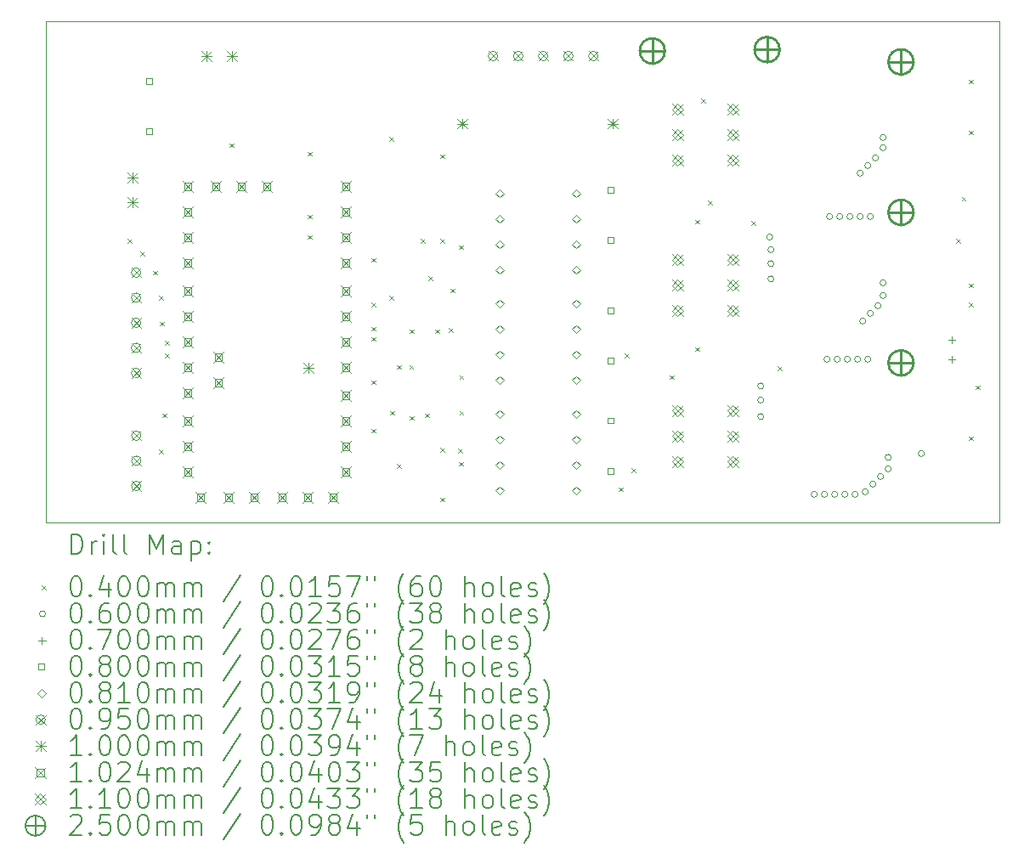
<source format=gbr>
%TF.GenerationSoftware,KiCad,Pcbnew,(6.0.7)*%
%TF.CreationDate,2022-11-24T14:57:16+11:00*%
%TF.ProjectId,epic esc with regen,65706963-2065-4736-9320-776974682072,rev?*%
%TF.SameCoordinates,Original*%
%TF.FileFunction,Drillmap*%
%TF.FilePolarity,Positive*%
%FSLAX45Y45*%
G04 Gerber Fmt 4.5, Leading zero omitted, Abs format (unit mm)*
G04 Created by KiCad (PCBNEW (6.0.7)) date 2022-11-24 14:57:16*
%MOMM*%
%LPD*%
G01*
G04 APERTURE LIST*
%ADD10C,0.100000*%
%ADD11C,0.200000*%
%ADD12C,0.040000*%
%ADD13C,0.060000*%
%ADD14C,0.070000*%
%ADD15C,0.080000*%
%ADD16C,0.081000*%
%ADD17C,0.095000*%
%ADD18C,0.102400*%
%ADD19C,0.110000*%
%ADD20C,0.250000*%
G04 APERTURE END LIST*
D10*
X8500000Y-11000000D02*
X18000000Y-11000000D01*
X8500000Y-6000000D02*
X8500000Y-11000000D01*
X18000000Y-6000000D02*
X8500000Y-6000000D01*
X18000000Y-11000000D02*
X18000000Y-6000000D01*
D11*
D12*
X9314500Y-8171500D02*
X9354500Y-8211500D01*
X9354500Y-8171500D02*
X9314500Y-8211500D01*
X9441500Y-8298500D02*
X9481500Y-8338500D01*
X9481500Y-8298500D02*
X9441500Y-8338500D01*
X9568500Y-8489000D02*
X9608500Y-8529000D01*
X9608500Y-8489000D02*
X9568500Y-8529000D01*
X9627639Y-10271362D02*
X9667639Y-10311362D01*
X9667639Y-10271362D02*
X9627639Y-10311362D01*
X9628000Y-8739000D02*
X9668000Y-8779000D01*
X9668000Y-8739000D02*
X9628000Y-8779000D01*
X9632000Y-8997000D02*
X9672000Y-9037000D01*
X9672000Y-8997000D02*
X9632000Y-9037000D01*
X9657400Y-9911400D02*
X9697400Y-9951400D01*
X9697400Y-9911400D02*
X9657400Y-9951400D01*
X9686350Y-9187500D02*
X9726350Y-9227500D01*
X9726350Y-9187500D02*
X9686350Y-9227500D01*
X9686350Y-9314500D02*
X9726350Y-9354500D01*
X9726350Y-9314500D02*
X9686350Y-9354500D01*
X10330500Y-7219000D02*
X10370500Y-7259000D01*
X10370500Y-7219000D02*
X10330500Y-7259000D01*
X11105200Y-7930200D02*
X11145200Y-7970200D01*
X11145200Y-7930200D02*
X11105200Y-7970200D01*
X11105200Y-8133400D02*
X11145200Y-8173400D01*
X11145200Y-8133400D02*
X11105200Y-8173400D01*
X11105263Y-7303725D02*
X11145263Y-7343725D01*
X11145263Y-7303725D02*
X11105263Y-7343725D01*
X11740150Y-8806500D02*
X11780150Y-8846500D01*
X11780150Y-8806500D02*
X11740150Y-8846500D01*
X11740150Y-9049450D02*
X11780150Y-9089450D01*
X11780150Y-9049450D02*
X11740150Y-9089450D01*
X11740200Y-8362000D02*
X11780200Y-8402000D01*
X11780200Y-8362000D02*
X11740200Y-8402000D01*
X11740200Y-9149400D02*
X11780200Y-9189400D01*
X11780200Y-9149400D02*
X11740200Y-9189400D01*
X11740200Y-9581200D02*
X11780200Y-9621200D01*
X11780200Y-9581200D02*
X11740200Y-9621200D01*
X11740200Y-10063800D02*
X11780200Y-10103800D01*
X11780200Y-10063800D02*
X11740200Y-10103800D01*
X11918000Y-7155500D02*
X11958000Y-7195500D01*
X11958000Y-7155500D02*
X11918000Y-7195500D01*
X11920411Y-8738437D02*
X11960411Y-8778437D01*
X11960411Y-8738437D02*
X11920411Y-8778437D01*
X11930950Y-9886000D02*
X11970950Y-9926000D01*
X11970950Y-9886000D02*
X11930950Y-9926000D01*
X11994200Y-9428800D02*
X12034200Y-9468800D01*
X12034200Y-9428800D02*
X11994200Y-9468800D01*
X11996546Y-10418196D02*
X12036546Y-10458196D01*
X12036546Y-10418196D02*
X11996546Y-10458196D01*
X12120629Y-9429371D02*
X12160629Y-9469371D01*
X12160629Y-9429371D02*
X12120629Y-9469371D01*
X12121200Y-9073200D02*
X12161200Y-9113200D01*
X12161200Y-9073200D02*
X12121200Y-9113200D01*
X12121200Y-9936800D02*
X12161200Y-9976800D01*
X12161200Y-9936800D02*
X12121200Y-9976800D01*
X12235500Y-8171500D02*
X12275500Y-8211500D01*
X12275500Y-8171500D02*
X12235500Y-8211500D01*
X12273600Y-9911400D02*
X12313600Y-9951400D01*
X12313600Y-9911400D02*
X12273600Y-9951400D01*
X12308150Y-8543350D02*
X12348150Y-8583350D01*
X12348150Y-8543350D02*
X12308150Y-8583350D01*
X12375200Y-9073200D02*
X12415200Y-9113200D01*
X12415200Y-9073200D02*
X12375200Y-9113200D01*
X12426000Y-7330500D02*
X12466000Y-7370500D01*
X12466000Y-7330500D02*
X12426000Y-7370500D01*
X12426000Y-8171500D02*
X12466000Y-8211500D01*
X12466000Y-8171500D02*
X12426000Y-8211500D01*
X12426000Y-10257850D02*
X12466000Y-10297850D01*
X12466000Y-10257850D02*
X12426000Y-10297850D01*
X12426000Y-10749600D02*
X12466000Y-10789600D01*
X12466000Y-10749600D02*
X12426000Y-10789600D01*
X12513757Y-9060500D02*
X12553757Y-9100500D01*
X12553757Y-9060500D02*
X12513757Y-9100500D01*
X12527600Y-8666800D02*
X12567600Y-8706800D01*
X12567600Y-8666800D02*
X12527600Y-8706800D01*
X12609250Y-10264150D02*
X12649250Y-10304150D01*
X12649250Y-10264150D02*
X12609250Y-10304150D01*
X12616500Y-8235000D02*
X12656500Y-8275000D01*
X12656500Y-8235000D02*
X12616500Y-8275000D01*
X12616500Y-10394000D02*
X12656500Y-10434000D01*
X12656500Y-10394000D02*
X12616500Y-10434000D01*
X12619250Y-9530400D02*
X12659250Y-9570400D01*
X12659250Y-9530400D02*
X12619250Y-9570400D01*
X12619250Y-9886000D02*
X12659250Y-9926000D01*
X12659250Y-9886000D02*
X12619250Y-9926000D01*
X14204000Y-10648000D02*
X14244000Y-10688000D01*
X14244000Y-10648000D02*
X14204000Y-10688000D01*
X14267500Y-9314500D02*
X14307500Y-9354500D01*
X14307500Y-9314500D02*
X14267500Y-9354500D01*
X14331000Y-10457500D02*
X14371000Y-10497500D01*
X14371000Y-10457500D02*
X14331000Y-10497500D01*
X14712000Y-9530400D02*
X14752000Y-9570400D01*
X14752000Y-9530400D02*
X14712000Y-9570400D01*
X14966000Y-7981000D02*
X15006000Y-8021000D01*
X15006000Y-7981000D02*
X14966000Y-8021000D01*
X14966000Y-9251000D02*
X15006000Y-9291000D01*
X15006000Y-9251000D02*
X14966000Y-9291000D01*
X15029500Y-6774500D02*
X15069500Y-6814500D01*
X15069500Y-6774500D02*
X15029500Y-6814500D01*
X15093000Y-7790500D02*
X15133000Y-7830500D01*
X15133000Y-7790500D02*
X15093000Y-7830500D01*
X15529468Y-7997064D02*
X15569468Y-8037064D01*
X15569468Y-7997064D02*
X15529468Y-8037064D01*
X15791500Y-9441500D02*
X15831500Y-9481500D01*
X15831500Y-9441500D02*
X15791500Y-9481500D01*
X17569500Y-8171500D02*
X17609500Y-8211500D01*
X17609500Y-8171500D02*
X17569500Y-8211500D01*
X17623850Y-7752400D02*
X17663850Y-7792400D01*
X17663850Y-7752400D02*
X17623850Y-7792400D01*
X17696500Y-6584000D02*
X17736500Y-6624000D01*
X17736500Y-6584000D02*
X17696500Y-6624000D01*
X17696500Y-7092000D02*
X17736500Y-7132000D01*
X17736500Y-7092000D02*
X17696500Y-7132000D01*
X17696500Y-8616000D02*
X17736500Y-8656000D01*
X17736500Y-8616000D02*
X17696500Y-8656000D01*
X17696500Y-8806500D02*
X17736500Y-8846500D01*
X17736500Y-8806500D02*
X17696500Y-8846500D01*
X17696500Y-10140000D02*
X17736500Y-10180000D01*
X17736500Y-10140000D02*
X17696500Y-10180000D01*
X17760000Y-9632000D02*
X17800000Y-9672000D01*
X17800000Y-9632000D02*
X17760000Y-9672000D01*
D13*
X15651000Y-9639300D02*
G75*
G03*
X15651000Y-9639300I-30000J0D01*
G01*
X15651000Y-9779000D02*
G75*
G03*
X15651000Y-9779000I-30000J0D01*
G01*
X15651000Y-9944100D02*
G75*
G03*
X15651000Y-9944100I-30000J0D01*
G01*
X15739900Y-8153400D02*
G75*
G03*
X15739900Y-8153400I-30000J0D01*
G01*
X15752600Y-8280400D02*
G75*
G03*
X15752600Y-8280400I-30000J0D01*
G01*
X15752600Y-8420100D02*
G75*
G03*
X15752600Y-8420100I-30000J0D01*
G01*
X15752600Y-8572500D02*
G75*
G03*
X15752600Y-8572500I-30000J0D01*
G01*
X16184400Y-10718800D02*
G75*
G03*
X16184400Y-10718800I-30000J0D01*
G01*
X16286000Y-10718800D02*
G75*
G03*
X16286000Y-10718800I-30000J0D01*
G01*
X16311400Y-9372600D02*
G75*
G03*
X16311400Y-9372600I-30000J0D01*
G01*
X16336800Y-7950200D02*
G75*
G03*
X16336800Y-7950200I-30000J0D01*
G01*
X16387600Y-10718800D02*
G75*
G03*
X16387600Y-10718800I-30000J0D01*
G01*
X16413000Y-9372600D02*
G75*
G03*
X16413000Y-9372600I-30000J0D01*
G01*
X16438400Y-7950200D02*
G75*
G03*
X16438400Y-7950200I-30000J0D01*
G01*
X16489200Y-10718800D02*
G75*
G03*
X16489200Y-10718800I-30000J0D01*
G01*
X16514600Y-9372600D02*
G75*
G03*
X16514600Y-9372600I-30000J0D01*
G01*
X16540000Y-7950200D02*
G75*
G03*
X16540000Y-7950200I-30000J0D01*
G01*
X16590800Y-10718800D02*
G75*
G03*
X16590800Y-10718800I-30000J0D01*
G01*
X16616200Y-9372600D02*
G75*
G03*
X16616200Y-9372600I-30000J0D01*
G01*
X16641600Y-7518400D02*
G75*
G03*
X16641600Y-7518400I-30000J0D01*
G01*
X16641600Y-7950200D02*
G75*
G03*
X16641600Y-7950200I-30000J0D01*
G01*
X16667000Y-8991600D02*
G75*
G03*
X16667000Y-8991600I-30000J0D01*
G01*
X16692400Y-10693400D02*
G75*
G03*
X16692400Y-10693400I-30000J0D01*
G01*
X16717800Y-7442200D02*
G75*
G03*
X16717800Y-7442200I-30000J0D01*
G01*
X16717800Y-9372600D02*
G75*
G03*
X16717800Y-9372600I-30000J0D01*
G01*
X16743200Y-7950200D02*
G75*
G03*
X16743200Y-7950200I-30000J0D01*
G01*
X16743200Y-8915400D02*
G75*
G03*
X16743200Y-8915400I-30000J0D01*
G01*
X16768600Y-10617200D02*
G75*
G03*
X16768600Y-10617200I-30000J0D01*
G01*
X16794000Y-7366000D02*
G75*
G03*
X16794000Y-7366000I-30000J0D01*
G01*
X16819400Y-8839200D02*
G75*
G03*
X16819400Y-8839200I-30000J0D01*
G01*
X16844800Y-10541000D02*
G75*
G03*
X16844800Y-10541000I-30000J0D01*
G01*
X16870200Y-7162800D02*
G75*
G03*
X16870200Y-7162800I-30000J0D01*
G01*
X16870200Y-7264400D02*
G75*
G03*
X16870200Y-7264400I-30000J0D01*
G01*
X16870200Y-8610600D02*
G75*
G03*
X16870200Y-8610600I-30000J0D01*
G01*
X16870200Y-8737600D02*
G75*
G03*
X16870200Y-8737600I-30000J0D01*
G01*
X16921000Y-10350500D02*
G75*
G03*
X16921000Y-10350500I-30000J0D01*
G01*
X16921000Y-10464800D02*
G75*
G03*
X16921000Y-10464800I-30000J0D01*
G01*
X17251200Y-10312400D02*
G75*
G03*
X17251200Y-10312400I-30000J0D01*
G01*
D14*
X17526000Y-9145500D02*
X17526000Y-9215500D01*
X17491000Y-9180500D02*
X17561000Y-9180500D01*
X17526000Y-9335500D02*
X17526000Y-9405500D01*
X17491000Y-9370500D02*
X17561000Y-9370500D01*
D15*
X9553285Y-6626550D02*
X9553285Y-6569981D01*
X9496716Y-6569981D01*
X9496716Y-6626550D01*
X9553285Y-6626550D01*
X9553285Y-7126550D02*
X9553285Y-7069981D01*
X9496716Y-7069981D01*
X9496716Y-7126550D01*
X9553285Y-7126550D01*
X14150684Y-7712484D02*
X14150684Y-7655915D01*
X14094115Y-7655915D01*
X14094115Y-7712484D01*
X14150684Y-7712484D01*
X14150684Y-8212484D02*
X14150684Y-8155915D01*
X14094115Y-8155915D01*
X14094115Y-8212484D01*
X14150684Y-8212484D01*
X14150684Y-8912485D02*
X14150684Y-8855916D01*
X14094115Y-8855916D01*
X14094115Y-8912485D01*
X14150684Y-8912485D01*
X14150684Y-9412485D02*
X14150684Y-9355916D01*
X14094115Y-9355916D01*
X14094115Y-9412485D01*
X14150684Y-9412485D01*
X14150684Y-10012485D02*
X14150684Y-9955916D01*
X14094115Y-9955916D01*
X14094115Y-10012485D01*
X14150684Y-10012485D01*
X14150684Y-10512485D02*
X14150684Y-10455916D01*
X14094115Y-10455916D01*
X14094115Y-10512485D01*
X14150684Y-10512485D01*
D16*
X13019000Y-7759500D02*
X13059500Y-7719000D01*
X13019000Y-7678500D01*
X12978500Y-7719000D01*
X13019000Y-7759500D01*
X13019000Y-8013500D02*
X13059500Y-7973000D01*
X13019000Y-7932500D01*
X12978500Y-7973000D01*
X13019000Y-8013500D01*
X13019000Y-8267500D02*
X13059500Y-8227000D01*
X13019000Y-8186500D01*
X12978500Y-8227000D01*
X13019000Y-8267500D01*
X13019000Y-8521500D02*
X13059500Y-8481000D01*
X13019000Y-8440500D01*
X12978500Y-8481000D01*
X13019000Y-8521500D01*
X13019000Y-8859500D02*
X13059500Y-8819000D01*
X13019000Y-8778500D01*
X12978500Y-8819000D01*
X13019000Y-8859500D01*
X13019000Y-9113500D02*
X13059500Y-9073000D01*
X13019000Y-9032500D01*
X12978500Y-9073000D01*
X13019000Y-9113500D01*
X13019000Y-9367500D02*
X13059500Y-9327000D01*
X13019000Y-9286500D01*
X12978500Y-9327000D01*
X13019000Y-9367500D01*
X13019000Y-9621500D02*
X13059500Y-9581000D01*
X13019000Y-9540500D01*
X12978500Y-9581000D01*
X13019000Y-9621500D01*
X13019000Y-9959500D02*
X13059500Y-9919000D01*
X13019000Y-9878500D01*
X12978500Y-9919000D01*
X13019000Y-9959500D01*
X13019000Y-10213500D02*
X13059500Y-10173000D01*
X13019000Y-10132500D01*
X12978500Y-10173000D01*
X13019000Y-10213500D01*
X13019000Y-10467500D02*
X13059500Y-10427000D01*
X13019000Y-10386500D01*
X12978500Y-10427000D01*
X13019000Y-10467500D01*
X13019000Y-10721500D02*
X13059500Y-10681000D01*
X13019000Y-10640500D01*
X12978500Y-10681000D01*
X13019000Y-10721500D01*
X13781000Y-7759500D02*
X13821500Y-7719000D01*
X13781000Y-7678500D01*
X13740500Y-7719000D01*
X13781000Y-7759500D01*
X13781000Y-8013500D02*
X13821500Y-7973000D01*
X13781000Y-7932500D01*
X13740500Y-7973000D01*
X13781000Y-8013500D01*
X13781000Y-8267500D02*
X13821500Y-8227000D01*
X13781000Y-8186500D01*
X13740500Y-8227000D01*
X13781000Y-8267500D01*
X13781000Y-8521500D02*
X13821500Y-8481000D01*
X13781000Y-8440500D01*
X13740500Y-8481000D01*
X13781000Y-8521500D01*
X13781000Y-8859500D02*
X13821500Y-8819000D01*
X13781000Y-8778500D01*
X13740500Y-8819000D01*
X13781000Y-8859500D01*
X13781000Y-9113500D02*
X13821500Y-9073000D01*
X13781000Y-9032500D01*
X13740500Y-9073000D01*
X13781000Y-9113500D01*
X13781000Y-9367500D02*
X13821500Y-9327000D01*
X13781000Y-9286500D01*
X13740500Y-9327000D01*
X13781000Y-9367500D01*
X13781000Y-9621500D02*
X13821500Y-9581000D01*
X13781000Y-9540500D01*
X13740500Y-9581000D01*
X13781000Y-9621500D01*
X13781000Y-9959500D02*
X13821500Y-9919000D01*
X13781000Y-9878500D01*
X13740500Y-9919000D01*
X13781000Y-9959500D01*
X13781000Y-10213500D02*
X13821500Y-10173000D01*
X13781000Y-10132500D01*
X13740500Y-10173000D01*
X13781000Y-10213500D01*
X13781000Y-10467500D02*
X13821500Y-10427000D01*
X13781000Y-10386500D01*
X13740500Y-10427000D01*
X13781000Y-10467500D01*
X13781000Y-10721500D02*
X13821500Y-10681000D01*
X13781000Y-10640500D01*
X13740500Y-10681000D01*
X13781000Y-10721500D01*
D17*
X9350500Y-8461500D02*
X9445500Y-8556500D01*
X9445500Y-8461500D02*
X9350500Y-8556500D01*
X9445500Y-8509000D02*
G75*
G03*
X9445500Y-8509000I-47500J0D01*
G01*
X9350500Y-8711500D02*
X9445500Y-8806500D01*
X9445500Y-8711500D02*
X9350500Y-8806500D01*
X9445500Y-8759000D02*
G75*
G03*
X9445500Y-8759000I-47500J0D01*
G01*
X9350500Y-8961500D02*
X9445500Y-9056500D01*
X9445500Y-8961500D02*
X9350500Y-9056500D01*
X9445500Y-9009000D02*
G75*
G03*
X9445500Y-9009000I-47500J0D01*
G01*
X9350500Y-9211500D02*
X9445500Y-9306500D01*
X9445500Y-9211500D02*
X9350500Y-9306500D01*
X9445500Y-9259000D02*
G75*
G03*
X9445500Y-9259000I-47500J0D01*
G01*
X9350500Y-9461500D02*
X9445500Y-9556500D01*
X9445500Y-9461500D02*
X9350500Y-9556500D01*
X9445500Y-9509000D02*
G75*
G03*
X9445500Y-9509000I-47500J0D01*
G01*
X9352500Y-10087100D02*
X9447500Y-10182100D01*
X9447500Y-10087100D02*
X9352500Y-10182100D01*
X9447500Y-10134600D02*
G75*
G03*
X9447500Y-10134600I-47500J0D01*
G01*
X9352500Y-10337100D02*
X9447500Y-10432100D01*
X9447500Y-10337100D02*
X9352500Y-10432100D01*
X9447500Y-10384600D02*
G75*
G03*
X9447500Y-10384600I-47500J0D01*
G01*
X9352500Y-10587100D02*
X9447500Y-10682100D01*
X9447500Y-10587100D02*
X9352500Y-10682100D01*
X9447500Y-10634600D02*
G75*
G03*
X9447500Y-10634600I-47500J0D01*
G01*
X12906500Y-6302500D02*
X13001500Y-6397500D01*
X13001500Y-6302500D02*
X12906500Y-6397500D01*
X13001500Y-6350000D02*
G75*
G03*
X13001500Y-6350000I-47500J0D01*
G01*
X13156500Y-6302500D02*
X13251500Y-6397500D01*
X13251500Y-6302500D02*
X13156500Y-6397500D01*
X13251500Y-6350000D02*
G75*
G03*
X13251500Y-6350000I-47500J0D01*
G01*
X13406500Y-6302500D02*
X13501500Y-6397500D01*
X13501500Y-6302500D02*
X13406500Y-6397500D01*
X13501500Y-6350000D02*
G75*
G03*
X13501500Y-6350000I-47500J0D01*
G01*
X13656500Y-6302500D02*
X13751500Y-6397500D01*
X13751500Y-6302500D02*
X13656500Y-6397500D01*
X13751500Y-6350000D02*
G75*
G03*
X13751500Y-6350000I-47500J0D01*
G01*
X13906500Y-6302500D02*
X14001500Y-6397500D01*
X14001500Y-6302500D02*
X13906500Y-6397500D01*
X14001500Y-6350000D02*
G75*
G03*
X14001500Y-6350000I-47500J0D01*
G01*
D10*
X9314500Y-7508500D02*
X9414500Y-7608500D01*
X9414500Y-7508500D02*
X9314500Y-7608500D01*
X9364500Y-7508500D02*
X9364500Y-7608500D01*
X9314500Y-7558500D02*
X9414500Y-7558500D01*
X9314500Y-7758500D02*
X9414500Y-7858500D01*
X9414500Y-7758500D02*
X9314500Y-7858500D01*
X9364500Y-7758500D02*
X9364500Y-7858500D01*
X9314500Y-7808500D02*
X9414500Y-7808500D01*
X10050500Y-6300000D02*
X10150500Y-6400000D01*
X10150500Y-6300000D02*
X10050500Y-6400000D01*
X10100500Y-6300000D02*
X10100500Y-6400000D01*
X10050500Y-6350000D02*
X10150500Y-6350000D01*
X10300500Y-6300000D02*
X10400500Y-6400000D01*
X10400500Y-6300000D02*
X10300500Y-6400000D01*
X10350500Y-6300000D02*
X10350500Y-6400000D01*
X10300500Y-6350000D02*
X10400500Y-6350000D01*
X11062500Y-9411500D02*
X11162500Y-9511500D01*
X11162500Y-9411500D02*
X11062500Y-9511500D01*
X11112500Y-9411500D02*
X11112500Y-9511500D01*
X11062500Y-9461500D02*
X11162500Y-9461500D01*
X12598500Y-6974250D02*
X12698500Y-7074250D01*
X12698500Y-6974250D02*
X12598500Y-7074250D01*
X12648500Y-6974250D02*
X12648500Y-7074250D01*
X12598500Y-7024250D02*
X12698500Y-7024250D01*
X14098500Y-6974250D02*
X14198500Y-7074250D01*
X14198500Y-6974250D02*
X14098500Y-7074250D01*
X14148500Y-6974250D02*
X14148500Y-7074250D01*
X14098500Y-7024250D02*
X14198500Y-7024250D01*
D18*
X9861400Y-7599400D02*
X9963800Y-7701800D01*
X9963800Y-7599400D02*
X9861400Y-7701800D01*
X9948804Y-7686804D02*
X9948804Y-7614396D01*
X9876396Y-7614396D01*
X9876396Y-7686804D01*
X9948804Y-7686804D01*
X9861400Y-7853400D02*
X9963800Y-7955800D01*
X9963800Y-7853400D02*
X9861400Y-7955800D01*
X9948804Y-7940804D02*
X9948804Y-7868396D01*
X9876396Y-7868396D01*
X9876396Y-7940804D01*
X9948804Y-7940804D01*
X9861400Y-8107400D02*
X9963800Y-8209800D01*
X9963800Y-8107400D02*
X9861400Y-8209800D01*
X9948804Y-8194804D02*
X9948804Y-8122396D01*
X9876396Y-8122396D01*
X9876396Y-8194804D01*
X9948804Y-8194804D01*
X9861400Y-8361400D02*
X9963800Y-8463800D01*
X9963800Y-8361400D02*
X9861400Y-8463800D01*
X9948804Y-8448804D02*
X9948804Y-8376396D01*
X9876396Y-8376396D01*
X9876396Y-8448804D01*
X9948804Y-8448804D01*
X9861400Y-8640800D02*
X9963800Y-8743200D01*
X9963800Y-8640800D02*
X9861400Y-8743200D01*
X9948804Y-8728204D02*
X9948804Y-8655796D01*
X9876396Y-8655796D01*
X9876396Y-8728204D01*
X9948804Y-8728204D01*
X9861400Y-8894800D02*
X9963800Y-8997200D01*
X9963800Y-8894800D02*
X9861400Y-8997200D01*
X9948804Y-8982204D02*
X9948804Y-8909796D01*
X9876396Y-8909796D01*
X9876396Y-8982204D01*
X9948804Y-8982204D01*
X9861400Y-9148800D02*
X9963800Y-9251200D01*
X9963800Y-9148800D02*
X9861400Y-9251200D01*
X9948804Y-9236204D02*
X9948804Y-9163796D01*
X9876396Y-9163796D01*
X9876396Y-9236204D01*
X9948804Y-9236204D01*
X9861400Y-9402800D02*
X9963800Y-9505200D01*
X9963800Y-9402800D02*
X9861400Y-9505200D01*
X9948804Y-9490204D02*
X9948804Y-9417796D01*
X9876396Y-9417796D01*
X9876396Y-9490204D01*
X9948804Y-9490204D01*
X9861400Y-9656800D02*
X9963800Y-9759200D01*
X9963800Y-9656800D02*
X9861400Y-9759200D01*
X9948804Y-9744204D02*
X9948804Y-9671796D01*
X9876396Y-9671796D01*
X9876396Y-9744204D01*
X9948804Y-9744204D01*
X9861400Y-9936200D02*
X9963800Y-10038600D01*
X9963800Y-9936200D02*
X9861400Y-10038600D01*
X9948804Y-10023604D02*
X9948804Y-9951196D01*
X9876396Y-9951196D01*
X9876396Y-10023604D01*
X9948804Y-10023604D01*
X9861400Y-10190200D02*
X9963800Y-10292600D01*
X9963800Y-10190200D02*
X9861400Y-10292600D01*
X9948804Y-10277604D02*
X9948804Y-10205196D01*
X9876396Y-10205196D01*
X9876396Y-10277604D01*
X9948804Y-10277604D01*
X9861400Y-10444200D02*
X9963800Y-10546600D01*
X9963800Y-10444200D02*
X9861400Y-10546600D01*
X9948804Y-10531604D02*
X9948804Y-10459196D01*
X9876396Y-10459196D01*
X9876396Y-10531604D01*
X9948804Y-10531604D01*
X9988400Y-10698200D02*
X10090800Y-10800600D01*
X10090800Y-10698200D02*
X9988400Y-10800600D01*
X10075804Y-10785604D02*
X10075804Y-10713196D01*
X10003396Y-10713196D01*
X10003396Y-10785604D01*
X10075804Y-10785604D01*
X10140800Y-7599400D02*
X10243200Y-7701800D01*
X10243200Y-7599400D02*
X10140800Y-7701800D01*
X10228204Y-7686804D02*
X10228204Y-7614396D01*
X10155796Y-7614396D01*
X10155796Y-7686804D01*
X10228204Y-7686804D01*
X10166200Y-9301200D02*
X10268600Y-9403600D01*
X10268600Y-9301200D02*
X10166200Y-9403600D01*
X10253604Y-9388604D02*
X10253604Y-9316196D01*
X10181196Y-9316196D01*
X10181196Y-9388604D01*
X10253604Y-9388604D01*
X10166200Y-9555200D02*
X10268600Y-9657600D01*
X10268600Y-9555200D02*
X10166200Y-9657600D01*
X10253604Y-9642604D02*
X10253604Y-9570196D01*
X10181196Y-9570196D01*
X10181196Y-9642604D01*
X10253604Y-9642604D01*
X10267800Y-10698200D02*
X10370200Y-10800600D01*
X10370200Y-10698200D02*
X10267800Y-10800600D01*
X10355204Y-10785604D02*
X10355204Y-10713196D01*
X10282796Y-10713196D01*
X10282796Y-10785604D01*
X10355204Y-10785604D01*
X10394800Y-7599400D02*
X10497200Y-7701800D01*
X10497200Y-7599400D02*
X10394800Y-7701800D01*
X10482204Y-7686804D02*
X10482204Y-7614396D01*
X10409796Y-7614396D01*
X10409796Y-7686804D01*
X10482204Y-7686804D01*
X10521800Y-10698200D02*
X10624200Y-10800600D01*
X10624200Y-10698200D02*
X10521800Y-10800600D01*
X10609204Y-10785604D02*
X10609204Y-10713196D01*
X10536796Y-10713196D01*
X10536796Y-10785604D01*
X10609204Y-10785604D01*
X10648800Y-7599400D02*
X10751200Y-7701800D01*
X10751200Y-7599400D02*
X10648800Y-7701800D01*
X10736204Y-7686804D02*
X10736204Y-7614396D01*
X10663796Y-7614396D01*
X10663796Y-7686804D01*
X10736204Y-7686804D01*
X10801200Y-10698200D02*
X10903600Y-10800600D01*
X10903600Y-10698200D02*
X10801200Y-10800600D01*
X10888604Y-10785604D02*
X10888604Y-10713196D01*
X10816196Y-10713196D01*
X10816196Y-10785604D01*
X10888604Y-10785604D01*
X11055200Y-10698200D02*
X11157600Y-10800600D01*
X11157600Y-10698200D02*
X11055200Y-10800600D01*
X11142604Y-10785604D02*
X11142604Y-10713196D01*
X11070196Y-10713196D01*
X11070196Y-10785604D01*
X11142604Y-10785604D01*
X11309200Y-10698200D02*
X11411600Y-10800600D01*
X11411600Y-10698200D02*
X11309200Y-10800600D01*
X11396604Y-10785604D02*
X11396604Y-10713196D01*
X11324196Y-10713196D01*
X11324196Y-10785604D01*
X11396604Y-10785604D01*
X11436200Y-7599400D02*
X11538600Y-7701800D01*
X11538600Y-7599400D02*
X11436200Y-7701800D01*
X11523604Y-7686804D02*
X11523604Y-7614396D01*
X11451196Y-7614396D01*
X11451196Y-7686804D01*
X11523604Y-7686804D01*
X11436200Y-7853400D02*
X11538600Y-7955800D01*
X11538600Y-7853400D02*
X11436200Y-7955800D01*
X11523604Y-7940804D02*
X11523604Y-7868396D01*
X11451196Y-7868396D01*
X11451196Y-7940804D01*
X11523604Y-7940804D01*
X11436200Y-8107400D02*
X11538600Y-8209800D01*
X11538600Y-8107400D02*
X11436200Y-8209800D01*
X11523604Y-8194804D02*
X11523604Y-8122396D01*
X11451196Y-8122396D01*
X11451196Y-8194804D01*
X11523604Y-8194804D01*
X11436200Y-8361400D02*
X11538600Y-8463800D01*
X11538600Y-8361400D02*
X11436200Y-8463800D01*
X11523604Y-8448804D02*
X11523604Y-8376396D01*
X11451196Y-8376396D01*
X11451196Y-8448804D01*
X11523604Y-8448804D01*
X11436200Y-8640800D02*
X11538600Y-8743200D01*
X11538600Y-8640800D02*
X11436200Y-8743200D01*
X11523604Y-8728204D02*
X11523604Y-8655796D01*
X11451196Y-8655796D01*
X11451196Y-8728204D01*
X11523604Y-8728204D01*
X11436200Y-8894800D02*
X11538600Y-8997200D01*
X11538600Y-8894800D02*
X11436200Y-8997200D01*
X11523604Y-8982204D02*
X11523604Y-8909796D01*
X11451196Y-8909796D01*
X11451196Y-8982204D01*
X11523604Y-8982204D01*
X11436200Y-9148800D02*
X11538600Y-9251200D01*
X11538600Y-9148800D02*
X11436200Y-9251200D01*
X11523604Y-9236204D02*
X11523604Y-9163796D01*
X11451196Y-9163796D01*
X11451196Y-9236204D01*
X11523604Y-9236204D01*
X11436200Y-9402800D02*
X11538600Y-9505200D01*
X11538600Y-9402800D02*
X11436200Y-9505200D01*
X11523604Y-9490204D02*
X11523604Y-9417796D01*
X11451196Y-9417796D01*
X11451196Y-9490204D01*
X11523604Y-9490204D01*
X11436200Y-9682200D02*
X11538600Y-9784600D01*
X11538600Y-9682200D02*
X11436200Y-9784600D01*
X11523604Y-9769604D02*
X11523604Y-9697196D01*
X11451196Y-9697196D01*
X11451196Y-9769604D01*
X11523604Y-9769604D01*
X11436200Y-9936200D02*
X11538600Y-10038600D01*
X11538600Y-9936200D02*
X11436200Y-10038600D01*
X11523604Y-10023604D02*
X11523604Y-9951196D01*
X11451196Y-9951196D01*
X11451196Y-10023604D01*
X11523604Y-10023604D01*
X11436200Y-10190200D02*
X11538600Y-10292600D01*
X11538600Y-10190200D02*
X11436200Y-10292600D01*
X11523604Y-10277604D02*
X11523604Y-10205196D01*
X11451196Y-10205196D01*
X11451196Y-10277604D01*
X11523604Y-10277604D01*
X11436200Y-10444200D02*
X11538600Y-10546600D01*
X11538600Y-10444200D02*
X11436200Y-10546600D01*
X11523604Y-10531604D02*
X11523604Y-10459196D01*
X11451196Y-10459196D01*
X11451196Y-10531604D01*
X11523604Y-10531604D01*
D19*
X14735000Y-6827000D02*
X14845000Y-6937000D01*
X14845000Y-6827000D02*
X14735000Y-6937000D01*
X14790000Y-6937000D02*
X14845000Y-6882000D01*
X14790000Y-6827000D01*
X14735000Y-6882000D01*
X14790000Y-6937000D01*
X14735000Y-7081000D02*
X14845000Y-7191000D01*
X14845000Y-7081000D02*
X14735000Y-7191000D01*
X14790000Y-7191000D02*
X14845000Y-7136000D01*
X14790000Y-7081000D01*
X14735000Y-7136000D01*
X14790000Y-7191000D01*
X14735000Y-7335000D02*
X14845000Y-7445000D01*
X14845000Y-7335000D02*
X14735000Y-7445000D01*
X14790000Y-7445000D02*
X14845000Y-7390000D01*
X14790000Y-7335000D01*
X14735000Y-7390000D01*
X14790000Y-7445000D01*
X14735000Y-8327000D02*
X14845000Y-8437000D01*
X14845000Y-8327000D02*
X14735000Y-8437000D01*
X14790000Y-8437000D02*
X14845000Y-8382000D01*
X14790000Y-8327000D01*
X14735000Y-8382000D01*
X14790000Y-8437000D01*
X14735000Y-8581000D02*
X14845000Y-8691000D01*
X14845000Y-8581000D02*
X14735000Y-8691000D01*
X14790000Y-8691000D02*
X14845000Y-8636000D01*
X14790000Y-8581000D01*
X14735000Y-8636000D01*
X14790000Y-8691000D01*
X14735000Y-8835000D02*
X14845000Y-8945000D01*
X14845000Y-8835000D02*
X14735000Y-8945000D01*
X14790000Y-8945000D02*
X14845000Y-8890000D01*
X14790000Y-8835000D01*
X14735000Y-8890000D01*
X14790000Y-8945000D01*
X14735000Y-9827000D02*
X14845000Y-9937000D01*
X14845000Y-9827000D02*
X14735000Y-9937000D01*
X14790000Y-9937000D02*
X14845000Y-9882000D01*
X14790000Y-9827000D01*
X14735000Y-9882000D01*
X14790000Y-9937000D01*
X14735000Y-10081000D02*
X14845000Y-10191000D01*
X14845000Y-10081000D02*
X14735000Y-10191000D01*
X14790000Y-10191000D02*
X14845000Y-10136000D01*
X14790000Y-10081000D01*
X14735000Y-10136000D01*
X14790000Y-10191000D01*
X14735000Y-10335000D02*
X14845000Y-10445000D01*
X14845000Y-10335000D02*
X14735000Y-10445000D01*
X14790000Y-10445000D02*
X14845000Y-10390000D01*
X14790000Y-10335000D01*
X14735000Y-10390000D01*
X14790000Y-10445000D01*
X15289000Y-6827000D02*
X15399000Y-6937000D01*
X15399000Y-6827000D02*
X15289000Y-6937000D01*
X15344000Y-6937000D02*
X15399000Y-6882000D01*
X15344000Y-6827000D01*
X15289000Y-6882000D01*
X15344000Y-6937000D01*
X15289000Y-7081000D02*
X15399000Y-7191000D01*
X15399000Y-7081000D02*
X15289000Y-7191000D01*
X15344000Y-7191000D02*
X15399000Y-7136000D01*
X15344000Y-7081000D01*
X15289000Y-7136000D01*
X15344000Y-7191000D01*
X15289000Y-7335000D02*
X15399000Y-7445000D01*
X15399000Y-7335000D02*
X15289000Y-7445000D01*
X15344000Y-7445000D02*
X15399000Y-7390000D01*
X15344000Y-7335000D01*
X15289000Y-7390000D01*
X15344000Y-7445000D01*
X15289000Y-8327000D02*
X15399000Y-8437000D01*
X15399000Y-8327000D02*
X15289000Y-8437000D01*
X15344000Y-8437000D02*
X15399000Y-8382000D01*
X15344000Y-8327000D01*
X15289000Y-8382000D01*
X15344000Y-8437000D01*
X15289000Y-8581000D02*
X15399000Y-8691000D01*
X15399000Y-8581000D02*
X15289000Y-8691000D01*
X15344000Y-8691000D02*
X15399000Y-8636000D01*
X15344000Y-8581000D01*
X15289000Y-8636000D01*
X15344000Y-8691000D01*
X15289000Y-8835000D02*
X15399000Y-8945000D01*
X15399000Y-8835000D02*
X15289000Y-8945000D01*
X15344000Y-8945000D02*
X15399000Y-8890000D01*
X15344000Y-8835000D01*
X15289000Y-8890000D01*
X15344000Y-8945000D01*
X15289000Y-9827000D02*
X15399000Y-9937000D01*
X15399000Y-9827000D02*
X15289000Y-9937000D01*
X15344000Y-9937000D02*
X15399000Y-9882000D01*
X15344000Y-9827000D01*
X15289000Y-9882000D01*
X15344000Y-9937000D01*
X15289000Y-10081000D02*
X15399000Y-10191000D01*
X15399000Y-10081000D02*
X15289000Y-10191000D01*
X15344000Y-10191000D02*
X15399000Y-10136000D01*
X15344000Y-10081000D01*
X15289000Y-10136000D01*
X15344000Y-10191000D01*
X15289000Y-10335000D02*
X15399000Y-10445000D01*
X15399000Y-10335000D02*
X15289000Y-10445000D01*
X15344000Y-10445000D02*
X15399000Y-10390000D01*
X15344000Y-10335000D01*
X15289000Y-10390000D01*
X15344000Y-10445000D01*
D20*
X14541500Y-6175000D02*
X14541500Y-6425000D01*
X14416500Y-6300000D02*
X14666500Y-6300000D01*
X14666500Y-6300000D02*
G75*
G03*
X14666500Y-6300000I-125000J0D01*
G01*
X15684500Y-6161500D02*
X15684500Y-6411500D01*
X15559500Y-6286500D02*
X15809500Y-6286500D01*
X15809500Y-6286500D02*
G75*
G03*
X15809500Y-6286500I-125000J0D01*
G01*
X17018000Y-6284000D02*
X17018000Y-6534000D01*
X16893000Y-6409000D02*
X17143000Y-6409000D01*
X17143000Y-6409000D02*
G75*
G03*
X17143000Y-6409000I-125000J0D01*
G01*
X17018000Y-7784000D02*
X17018000Y-8034000D01*
X16893000Y-7909000D02*
X17143000Y-7909000D01*
X17143000Y-7909000D02*
G75*
G03*
X17143000Y-7909000I-125000J0D01*
G01*
X17018000Y-9284000D02*
X17018000Y-9534000D01*
X16893000Y-9409000D02*
X17143000Y-9409000D01*
X17143000Y-9409000D02*
G75*
G03*
X17143000Y-9409000I-125000J0D01*
G01*
D11*
X8752619Y-11315476D02*
X8752619Y-11115476D01*
X8800238Y-11115476D01*
X8828810Y-11125000D01*
X8847857Y-11144048D01*
X8857381Y-11163095D01*
X8866905Y-11201190D01*
X8866905Y-11229762D01*
X8857381Y-11267857D01*
X8847857Y-11286905D01*
X8828810Y-11305952D01*
X8800238Y-11315476D01*
X8752619Y-11315476D01*
X8952619Y-11315476D02*
X8952619Y-11182143D01*
X8952619Y-11220238D02*
X8962143Y-11201190D01*
X8971667Y-11191667D01*
X8990714Y-11182143D01*
X9009762Y-11182143D01*
X9076429Y-11315476D02*
X9076429Y-11182143D01*
X9076429Y-11115476D02*
X9066905Y-11125000D01*
X9076429Y-11134524D01*
X9085952Y-11125000D01*
X9076429Y-11115476D01*
X9076429Y-11134524D01*
X9200238Y-11315476D02*
X9181190Y-11305952D01*
X9171667Y-11286905D01*
X9171667Y-11115476D01*
X9305000Y-11315476D02*
X9285952Y-11305952D01*
X9276429Y-11286905D01*
X9276429Y-11115476D01*
X9533571Y-11315476D02*
X9533571Y-11115476D01*
X9600238Y-11258333D01*
X9666905Y-11115476D01*
X9666905Y-11315476D01*
X9847857Y-11315476D02*
X9847857Y-11210714D01*
X9838333Y-11191667D01*
X9819286Y-11182143D01*
X9781190Y-11182143D01*
X9762143Y-11191667D01*
X9847857Y-11305952D02*
X9828810Y-11315476D01*
X9781190Y-11315476D01*
X9762143Y-11305952D01*
X9752619Y-11286905D01*
X9752619Y-11267857D01*
X9762143Y-11248809D01*
X9781190Y-11239286D01*
X9828810Y-11239286D01*
X9847857Y-11229762D01*
X9943095Y-11182143D02*
X9943095Y-11382143D01*
X9943095Y-11191667D02*
X9962143Y-11182143D01*
X10000238Y-11182143D01*
X10019286Y-11191667D01*
X10028810Y-11201190D01*
X10038333Y-11220238D01*
X10038333Y-11277381D01*
X10028810Y-11296428D01*
X10019286Y-11305952D01*
X10000238Y-11315476D01*
X9962143Y-11315476D01*
X9943095Y-11305952D01*
X10124048Y-11296428D02*
X10133571Y-11305952D01*
X10124048Y-11315476D01*
X10114524Y-11305952D01*
X10124048Y-11296428D01*
X10124048Y-11315476D01*
X10124048Y-11191667D02*
X10133571Y-11201190D01*
X10124048Y-11210714D01*
X10114524Y-11201190D01*
X10124048Y-11191667D01*
X10124048Y-11210714D01*
D12*
X8455000Y-11625000D02*
X8495000Y-11665000D01*
X8495000Y-11625000D02*
X8455000Y-11665000D01*
D11*
X8790714Y-11535476D02*
X8809762Y-11535476D01*
X8828810Y-11545000D01*
X8838333Y-11554524D01*
X8847857Y-11573571D01*
X8857381Y-11611667D01*
X8857381Y-11659286D01*
X8847857Y-11697381D01*
X8838333Y-11716428D01*
X8828810Y-11725952D01*
X8809762Y-11735476D01*
X8790714Y-11735476D01*
X8771667Y-11725952D01*
X8762143Y-11716428D01*
X8752619Y-11697381D01*
X8743095Y-11659286D01*
X8743095Y-11611667D01*
X8752619Y-11573571D01*
X8762143Y-11554524D01*
X8771667Y-11545000D01*
X8790714Y-11535476D01*
X8943095Y-11716428D02*
X8952619Y-11725952D01*
X8943095Y-11735476D01*
X8933571Y-11725952D01*
X8943095Y-11716428D01*
X8943095Y-11735476D01*
X9124048Y-11602143D02*
X9124048Y-11735476D01*
X9076429Y-11525952D02*
X9028810Y-11668809D01*
X9152619Y-11668809D01*
X9266905Y-11535476D02*
X9285952Y-11535476D01*
X9305000Y-11545000D01*
X9314524Y-11554524D01*
X9324048Y-11573571D01*
X9333571Y-11611667D01*
X9333571Y-11659286D01*
X9324048Y-11697381D01*
X9314524Y-11716428D01*
X9305000Y-11725952D01*
X9285952Y-11735476D01*
X9266905Y-11735476D01*
X9247857Y-11725952D01*
X9238333Y-11716428D01*
X9228810Y-11697381D01*
X9219286Y-11659286D01*
X9219286Y-11611667D01*
X9228810Y-11573571D01*
X9238333Y-11554524D01*
X9247857Y-11545000D01*
X9266905Y-11535476D01*
X9457381Y-11535476D02*
X9476429Y-11535476D01*
X9495476Y-11545000D01*
X9505000Y-11554524D01*
X9514524Y-11573571D01*
X9524048Y-11611667D01*
X9524048Y-11659286D01*
X9514524Y-11697381D01*
X9505000Y-11716428D01*
X9495476Y-11725952D01*
X9476429Y-11735476D01*
X9457381Y-11735476D01*
X9438333Y-11725952D01*
X9428810Y-11716428D01*
X9419286Y-11697381D01*
X9409762Y-11659286D01*
X9409762Y-11611667D01*
X9419286Y-11573571D01*
X9428810Y-11554524D01*
X9438333Y-11545000D01*
X9457381Y-11535476D01*
X9609762Y-11735476D02*
X9609762Y-11602143D01*
X9609762Y-11621190D02*
X9619286Y-11611667D01*
X9638333Y-11602143D01*
X9666905Y-11602143D01*
X9685952Y-11611667D01*
X9695476Y-11630714D01*
X9695476Y-11735476D01*
X9695476Y-11630714D02*
X9705000Y-11611667D01*
X9724048Y-11602143D01*
X9752619Y-11602143D01*
X9771667Y-11611667D01*
X9781190Y-11630714D01*
X9781190Y-11735476D01*
X9876429Y-11735476D02*
X9876429Y-11602143D01*
X9876429Y-11621190D02*
X9885952Y-11611667D01*
X9905000Y-11602143D01*
X9933571Y-11602143D01*
X9952619Y-11611667D01*
X9962143Y-11630714D01*
X9962143Y-11735476D01*
X9962143Y-11630714D02*
X9971667Y-11611667D01*
X9990714Y-11602143D01*
X10019286Y-11602143D01*
X10038333Y-11611667D01*
X10047857Y-11630714D01*
X10047857Y-11735476D01*
X10438333Y-11525952D02*
X10266905Y-11783095D01*
X10695476Y-11535476D02*
X10714524Y-11535476D01*
X10733571Y-11545000D01*
X10743095Y-11554524D01*
X10752619Y-11573571D01*
X10762143Y-11611667D01*
X10762143Y-11659286D01*
X10752619Y-11697381D01*
X10743095Y-11716428D01*
X10733571Y-11725952D01*
X10714524Y-11735476D01*
X10695476Y-11735476D01*
X10676429Y-11725952D01*
X10666905Y-11716428D01*
X10657381Y-11697381D01*
X10647857Y-11659286D01*
X10647857Y-11611667D01*
X10657381Y-11573571D01*
X10666905Y-11554524D01*
X10676429Y-11545000D01*
X10695476Y-11535476D01*
X10847857Y-11716428D02*
X10857381Y-11725952D01*
X10847857Y-11735476D01*
X10838333Y-11725952D01*
X10847857Y-11716428D01*
X10847857Y-11735476D01*
X10981190Y-11535476D02*
X11000238Y-11535476D01*
X11019286Y-11545000D01*
X11028810Y-11554524D01*
X11038333Y-11573571D01*
X11047857Y-11611667D01*
X11047857Y-11659286D01*
X11038333Y-11697381D01*
X11028810Y-11716428D01*
X11019286Y-11725952D01*
X11000238Y-11735476D01*
X10981190Y-11735476D01*
X10962143Y-11725952D01*
X10952619Y-11716428D01*
X10943095Y-11697381D01*
X10933571Y-11659286D01*
X10933571Y-11611667D01*
X10943095Y-11573571D01*
X10952619Y-11554524D01*
X10962143Y-11545000D01*
X10981190Y-11535476D01*
X11238333Y-11735476D02*
X11124048Y-11735476D01*
X11181190Y-11735476D02*
X11181190Y-11535476D01*
X11162143Y-11564048D01*
X11143095Y-11583095D01*
X11124048Y-11592619D01*
X11419286Y-11535476D02*
X11324048Y-11535476D01*
X11314524Y-11630714D01*
X11324048Y-11621190D01*
X11343095Y-11611667D01*
X11390714Y-11611667D01*
X11409762Y-11621190D01*
X11419286Y-11630714D01*
X11428809Y-11649762D01*
X11428809Y-11697381D01*
X11419286Y-11716428D01*
X11409762Y-11725952D01*
X11390714Y-11735476D01*
X11343095Y-11735476D01*
X11324048Y-11725952D01*
X11314524Y-11716428D01*
X11495476Y-11535476D02*
X11628809Y-11535476D01*
X11543095Y-11735476D01*
X11695476Y-11535476D02*
X11695476Y-11573571D01*
X11771667Y-11535476D02*
X11771667Y-11573571D01*
X12066905Y-11811667D02*
X12057381Y-11802143D01*
X12038333Y-11773571D01*
X12028809Y-11754524D01*
X12019286Y-11725952D01*
X12009762Y-11678333D01*
X12009762Y-11640238D01*
X12019286Y-11592619D01*
X12028809Y-11564048D01*
X12038333Y-11545000D01*
X12057381Y-11516428D01*
X12066905Y-11506905D01*
X12228809Y-11535476D02*
X12190714Y-11535476D01*
X12171667Y-11545000D01*
X12162143Y-11554524D01*
X12143095Y-11583095D01*
X12133571Y-11621190D01*
X12133571Y-11697381D01*
X12143095Y-11716428D01*
X12152619Y-11725952D01*
X12171667Y-11735476D01*
X12209762Y-11735476D01*
X12228809Y-11725952D01*
X12238333Y-11716428D01*
X12247857Y-11697381D01*
X12247857Y-11649762D01*
X12238333Y-11630714D01*
X12228809Y-11621190D01*
X12209762Y-11611667D01*
X12171667Y-11611667D01*
X12152619Y-11621190D01*
X12143095Y-11630714D01*
X12133571Y-11649762D01*
X12371667Y-11535476D02*
X12390714Y-11535476D01*
X12409762Y-11545000D01*
X12419286Y-11554524D01*
X12428809Y-11573571D01*
X12438333Y-11611667D01*
X12438333Y-11659286D01*
X12428809Y-11697381D01*
X12419286Y-11716428D01*
X12409762Y-11725952D01*
X12390714Y-11735476D01*
X12371667Y-11735476D01*
X12352619Y-11725952D01*
X12343095Y-11716428D01*
X12333571Y-11697381D01*
X12324048Y-11659286D01*
X12324048Y-11611667D01*
X12333571Y-11573571D01*
X12343095Y-11554524D01*
X12352619Y-11545000D01*
X12371667Y-11535476D01*
X12676428Y-11735476D02*
X12676428Y-11535476D01*
X12762143Y-11735476D02*
X12762143Y-11630714D01*
X12752619Y-11611667D01*
X12733571Y-11602143D01*
X12705000Y-11602143D01*
X12685952Y-11611667D01*
X12676428Y-11621190D01*
X12885952Y-11735476D02*
X12866905Y-11725952D01*
X12857381Y-11716428D01*
X12847857Y-11697381D01*
X12847857Y-11640238D01*
X12857381Y-11621190D01*
X12866905Y-11611667D01*
X12885952Y-11602143D01*
X12914524Y-11602143D01*
X12933571Y-11611667D01*
X12943095Y-11621190D01*
X12952619Y-11640238D01*
X12952619Y-11697381D01*
X12943095Y-11716428D01*
X12933571Y-11725952D01*
X12914524Y-11735476D01*
X12885952Y-11735476D01*
X13066905Y-11735476D02*
X13047857Y-11725952D01*
X13038333Y-11706905D01*
X13038333Y-11535476D01*
X13219286Y-11725952D02*
X13200238Y-11735476D01*
X13162143Y-11735476D01*
X13143095Y-11725952D01*
X13133571Y-11706905D01*
X13133571Y-11630714D01*
X13143095Y-11611667D01*
X13162143Y-11602143D01*
X13200238Y-11602143D01*
X13219286Y-11611667D01*
X13228809Y-11630714D01*
X13228809Y-11649762D01*
X13133571Y-11668809D01*
X13305000Y-11725952D02*
X13324048Y-11735476D01*
X13362143Y-11735476D01*
X13381190Y-11725952D01*
X13390714Y-11706905D01*
X13390714Y-11697381D01*
X13381190Y-11678333D01*
X13362143Y-11668809D01*
X13333571Y-11668809D01*
X13314524Y-11659286D01*
X13305000Y-11640238D01*
X13305000Y-11630714D01*
X13314524Y-11611667D01*
X13333571Y-11602143D01*
X13362143Y-11602143D01*
X13381190Y-11611667D01*
X13457381Y-11811667D02*
X13466905Y-11802143D01*
X13485952Y-11773571D01*
X13495476Y-11754524D01*
X13505000Y-11725952D01*
X13514524Y-11678333D01*
X13514524Y-11640238D01*
X13505000Y-11592619D01*
X13495476Y-11564048D01*
X13485952Y-11545000D01*
X13466905Y-11516428D01*
X13457381Y-11506905D01*
D13*
X8495000Y-11909000D02*
G75*
G03*
X8495000Y-11909000I-30000J0D01*
G01*
D11*
X8790714Y-11799476D02*
X8809762Y-11799476D01*
X8828810Y-11809000D01*
X8838333Y-11818524D01*
X8847857Y-11837571D01*
X8857381Y-11875667D01*
X8857381Y-11923286D01*
X8847857Y-11961381D01*
X8838333Y-11980428D01*
X8828810Y-11989952D01*
X8809762Y-11999476D01*
X8790714Y-11999476D01*
X8771667Y-11989952D01*
X8762143Y-11980428D01*
X8752619Y-11961381D01*
X8743095Y-11923286D01*
X8743095Y-11875667D01*
X8752619Y-11837571D01*
X8762143Y-11818524D01*
X8771667Y-11809000D01*
X8790714Y-11799476D01*
X8943095Y-11980428D02*
X8952619Y-11989952D01*
X8943095Y-11999476D01*
X8933571Y-11989952D01*
X8943095Y-11980428D01*
X8943095Y-11999476D01*
X9124048Y-11799476D02*
X9085952Y-11799476D01*
X9066905Y-11809000D01*
X9057381Y-11818524D01*
X9038333Y-11847095D01*
X9028810Y-11885190D01*
X9028810Y-11961381D01*
X9038333Y-11980428D01*
X9047857Y-11989952D01*
X9066905Y-11999476D01*
X9105000Y-11999476D01*
X9124048Y-11989952D01*
X9133571Y-11980428D01*
X9143095Y-11961381D01*
X9143095Y-11913762D01*
X9133571Y-11894714D01*
X9124048Y-11885190D01*
X9105000Y-11875667D01*
X9066905Y-11875667D01*
X9047857Y-11885190D01*
X9038333Y-11894714D01*
X9028810Y-11913762D01*
X9266905Y-11799476D02*
X9285952Y-11799476D01*
X9305000Y-11809000D01*
X9314524Y-11818524D01*
X9324048Y-11837571D01*
X9333571Y-11875667D01*
X9333571Y-11923286D01*
X9324048Y-11961381D01*
X9314524Y-11980428D01*
X9305000Y-11989952D01*
X9285952Y-11999476D01*
X9266905Y-11999476D01*
X9247857Y-11989952D01*
X9238333Y-11980428D01*
X9228810Y-11961381D01*
X9219286Y-11923286D01*
X9219286Y-11875667D01*
X9228810Y-11837571D01*
X9238333Y-11818524D01*
X9247857Y-11809000D01*
X9266905Y-11799476D01*
X9457381Y-11799476D02*
X9476429Y-11799476D01*
X9495476Y-11809000D01*
X9505000Y-11818524D01*
X9514524Y-11837571D01*
X9524048Y-11875667D01*
X9524048Y-11923286D01*
X9514524Y-11961381D01*
X9505000Y-11980428D01*
X9495476Y-11989952D01*
X9476429Y-11999476D01*
X9457381Y-11999476D01*
X9438333Y-11989952D01*
X9428810Y-11980428D01*
X9419286Y-11961381D01*
X9409762Y-11923286D01*
X9409762Y-11875667D01*
X9419286Y-11837571D01*
X9428810Y-11818524D01*
X9438333Y-11809000D01*
X9457381Y-11799476D01*
X9609762Y-11999476D02*
X9609762Y-11866143D01*
X9609762Y-11885190D02*
X9619286Y-11875667D01*
X9638333Y-11866143D01*
X9666905Y-11866143D01*
X9685952Y-11875667D01*
X9695476Y-11894714D01*
X9695476Y-11999476D01*
X9695476Y-11894714D02*
X9705000Y-11875667D01*
X9724048Y-11866143D01*
X9752619Y-11866143D01*
X9771667Y-11875667D01*
X9781190Y-11894714D01*
X9781190Y-11999476D01*
X9876429Y-11999476D02*
X9876429Y-11866143D01*
X9876429Y-11885190D02*
X9885952Y-11875667D01*
X9905000Y-11866143D01*
X9933571Y-11866143D01*
X9952619Y-11875667D01*
X9962143Y-11894714D01*
X9962143Y-11999476D01*
X9962143Y-11894714D02*
X9971667Y-11875667D01*
X9990714Y-11866143D01*
X10019286Y-11866143D01*
X10038333Y-11875667D01*
X10047857Y-11894714D01*
X10047857Y-11999476D01*
X10438333Y-11789952D02*
X10266905Y-12047095D01*
X10695476Y-11799476D02*
X10714524Y-11799476D01*
X10733571Y-11809000D01*
X10743095Y-11818524D01*
X10752619Y-11837571D01*
X10762143Y-11875667D01*
X10762143Y-11923286D01*
X10752619Y-11961381D01*
X10743095Y-11980428D01*
X10733571Y-11989952D01*
X10714524Y-11999476D01*
X10695476Y-11999476D01*
X10676429Y-11989952D01*
X10666905Y-11980428D01*
X10657381Y-11961381D01*
X10647857Y-11923286D01*
X10647857Y-11875667D01*
X10657381Y-11837571D01*
X10666905Y-11818524D01*
X10676429Y-11809000D01*
X10695476Y-11799476D01*
X10847857Y-11980428D02*
X10857381Y-11989952D01*
X10847857Y-11999476D01*
X10838333Y-11989952D01*
X10847857Y-11980428D01*
X10847857Y-11999476D01*
X10981190Y-11799476D02*
X11000238Y-11799476D01*
X11019286Y-11809000D01*
X11028810Y-11818524D01*
X11038333Y-11837571D01*
X11047857Y-11875667D01*
X11047857Y-11923286D01*
X11038333Y-11961381D01*
X11028810Y-11980428D01*
X11019286Y-11989952D01*
X11000238Y-11999476D01*
X10981190Y-11999476D01*
X10962143Y-11989952D01*
X10952619Y-11980428D01*
X10943095Y-11961381D01*
X10933571Y-11923286D01*
X10933571Y-11875667D01*
X10943095Y-11837571D01*
X10952619Y-11818524D01*
X10962143Y-11809000D01*
X10981190Y-11799476D01*
X11124048Y-11818524D02*
X11133571Y-11809000D01*
X11152619Y-11799476D01*
X11200238Y-11799476D01*
X11219286Y-11809000D01*
X11228809Y-11818524D01*
X11238333Y-11837571D01*
X11238333Y-11856619D01*
X11228809Y-11885190D01*
X11114524Y-11999476D01*
X11238333Y-11999476D01*
X11305000Y-11799476D02*
X11428809Y-11799476D01*
X11362143Y-11875667D01*
X11390714Y-11875667D01*
X11409762Y-11885190D01*
X11419286Y-11894714D01*
X11428809Y-11913762D01*
X11428809Y-11961381D01*
X11419286Y-11980428D01*
X11409762Y-11989952D01*
X11390714Y-11999476D01*
X11333571Y-11999476D01*
X11314524Y-11989952D01*
X11305000Y-11980428D01*
X11600238Y-11799476D02*
X11562143Y-11799476D01*
X11543095Y-11809000D01*
X11533571Y-11818524D01*
X11514524Y-11847095D01*
X11505000Y-11885190D01*
X11505000Y-11961381D01*
X11514524Y-11980428D01*
X11524048Y-11989952D01*
X11543095Y-11999476D01*
X11581190Y-11999476D01*
X11600238Y-11989952D01*
X11609762Y-11980428D01*
X11619286Y-11961381D01*
X11619286Y-11913762D01*
X11609762Y-11894714D01*
X11600238Y-11885190D01*
X11581190Y-11875667D01*
X11543095Y-11875667D01*
X11524048Y-11885190D01*
X11514524Y-11894714D01*
X11505000Y-11913762D01*
X11695476Y-11799476D02*
X11695476Y-11837571D01*
X11771667Y-11799476D02*
X11771667Y-11837571D01*
X12066905Y-12075667D02*
X12057381Y-12066143D01*
X12038333Y-12037571D01*
X12028809Y-12018524D01*
X12019286Y-11989952D01*
X12009762Y-11942333D01*
X12009762Y-11904238D01*
X12019286Y-11856619D01*
X12028809Y-11828048D01*
X12038333Y-11809000D01*
X12057381Y-11780428D01*
X12066905Y-11770905D01*
X12124048Y-11799476D02*
X12247857Y-11799476D01*
X12181190Y-11875667D01*
X12209762Y-11875667D01*
X12228809Y-11885190D01*
X12238333Y-11894714D01*
X12247857Y-11913762D01*
X12247857Y-11961381D01*
X12238333Y-11980428D01*
X12228809Y-11989952D01*
X12209762Y-11999476D01*
X12152619Y-11999476D01*
X12133571Y-11989952D01*
X12124048Y-11980428D01*
X12362143Y-11885190D02*
X12343095Y-11875667D01*
X12333571Y-11866143D01*
X12324048Y-11847095D01*
X12324048Y-11837571D01*
X12333571Y-11818524D01*
X12343095Y-11809000D01*
X12362143Y-11799476D01*
X12400238Y-11799476D01*
X12419286Y-11809000D01*
X12428809Y-11818524D01*
X12438333Y-11837571D01*
X12438333Y-11847095D01*
X12428809Y-11866143D01*
X12419286Y-11875667D01*
X12400238Y-11885190D01*
X12362143Y-11885190D01*
X12343095Y-11894714D01*
X12333571Y-11904238D01*
X12324048Y-11923286D01*
X12324048Y-11961381D01*
X12333571Y-11980428D01*
X12343095Y-11989952D01*
X12362143Y-11999476D01*
X12400238Y-11999476D01*
X12419286Y-11989952D01*
X12428809Y-11980428D01*
X12438333Y-11961381D01*
X12438333Y-11923286D01*
X12428809Y-11904238D01*
X12419286Y-11894714D01*
X12400238Y-11885190D01*
X12676428Y-11999476D02*
X12676428Y-11799476D01*
X12762143Y-11999476D02*
X12762143Y-11894714D01*
X12752619Y-11875667D01*
X12733571Y-11866143D01*
X12705000Y-11866143D01*
X12685952Y-11875667D01*
X12676428Y-11885190D01*
X12885952Y-11999476D02*
X12866905Y-11989952D01*
X12857381Y-11980428D01*
X12847857Y-11961381D01*
X12847857Y-11904238D01*
X12857381Y-11885190D01*
X12866905Y-11875667D01*
X12885952Y-11866143D01*
X12914524Y-11866143D01*
X12933571Y-11875667D01*
X12943095Y-11885190D01*
X12952619Y-11904238D01*
X12952619Y-11961381D01*
X12943095Y-11980428D01*
X12933571Y-11989952D01*
X12914524Y-11999476D01*
X12885952Y-11999476D01*
X13066905Y-11999476D02*
X13047857Y-11989952D01*
X13038333Y-11970905D01*
X13038333Y-11799476D01*
X13219286Y-11989952D02*
X13200238Y-11999476D01*
X13162143Y-11999476D01*
X13143095Y-11989952D01*
X13133571Y-11970905D01*
X13133571Y-11894714D01*
X13143095Y-11875667D01*
X13162143Y-11866143D01*
X13200238Y-11866143D01*
X13219286Y-11875667D01*
X13228809Y-11894714D01*
X13228809Y-11913762D01*
X13133571Y-11932809D01*
X13305000Y-11989952D02*
X13324048Y-11999476D01*
X13362143Y-11999476D01*
X13381190Y-11989952D01*
X13390714Y-11970905D01*
X13390714Y-11961381D01*
X13381190Y-11942333D01*
X13362143Y-11932809D01*
X13333571Y-11932809D01*
X13314524Y-11923286D01*
X13305000Y-11904238D01*
X13305000Y-11894714D01*
X13314524Y-11875667D01*
X13333571Y-11866143D01*
X13362143Y-11866143D01*
X13381190Y-11875667D01*
X13457381Y-12075667D02*
X13466905Y-12066143D01*
X13485952Y-12037571D01*
X13495476Y-12018524D01*
X13505000Y-11989952D01*
X13514524Y-11942333D01*
X13514524Y-11904238D01*
X13505000Y-11856619D01*
X13495476Y-11828048D01*
X13485952Y-11809000D01*
X13466905Y-11780428D01*
X13457381Y-11770905D01*
D14*
X8460000Y-12138000D02*
X8460000Y-12208000D01*
X8425000Y-12173000D02*
X8495000Y-12173000D01*
D11*
X8790714Y-12063476D02*
X8809762Y-12063476D01*
X8828810Y-12073000D01*
X8838333Y-12082524D01*
X8847857Y-12101571D01*
X8857381Y-12139667D01*
X8857381Y-12187286D01*
X8847857Y-12225381D01*
X8838333Y-12244428D01*
X8828810Y-12253952D01*
X8809762Y-12263476D01*
X8790714Y-12263476D01*
X8771667Y-12253952D01*
X8762143Y-12244428D01*
X8752619Y-12225381D01*
X8743095Y-12187286D01*
X8743095Y-12139667D01*
X8752619Y-12101571D01*
X8762143Y-12082524D01*
X8771667Y-12073000D01*
X8790714Y-12063476D01*
X8943095Y-12244428D02*
X8952619Y-12253952D01*
X8943095Y-12263476D01*
X8933571Y-12253952D01*
X8943095Y-12244428D01*
X8943095Y-12263476D01*
X9019286Y-12063476D02*
X9152619Y-12063476D01*
X9066905Y-12263476D01*
X9266905Y-12063476D02*
X9285952Y-12063476D01*
X9305000Y-12073000D01*
X9314524Y-12082524D01*
X9324048Y-12101571D01*
X9333571Y-12139667D01*
X9333571Y-12187286D01*
X9324048Y-12225381D01*
X9314524Y-12244428D01*
X9305000Y-12253952D01*
X9285952Y-12263476D01*
X9266905Y-12263476D01*
X9247857Y-12253952D01*
X9238333Y-12244428D01*
X9228810Y-12225381D01*
X9219286Y-12187286D01*
X9219286Y-12139667D01*
X9228810Y-12101571D01*
X9238333Y-12082524D01*
X9247857Y-12073000D01*
X9266905Y-12063476D01*
X9457381Y-12063476D02*
X9476429Y-12063476D01*
X9495476Y-12073000D01*
X9505000Y-12082524D01*
X9514524Y-12101571D01*
X9524048Y-12139667D01*
X9524048Y-12187286D01*
X9514524Y-12225381D01*
X9505000Y-12244428D01*
X9495476Y-12253952D01*
X9476429Y-12263476D01*
X9457381Y-12263476D01*
X9438333Y-12253952D01*
X9428810Y-12244428D01*
X9419286Y-12225381D01*
X9409762Y-12187286D01*
X9409762Y-12139667D01*
X9419286Y-12101571D01*
X9428810Y-12082524D01*
X9438333Y-12073000D01*
X9457381Y-12063476D01*
X9609762Y-12263476D02*
X9609762Y-12130143D01*
X9609762Y-12149190D02*
X9619286Y-12139667D01*
X9638333Y-12130143D01*
X9666905Y-12130143D01*
X9685952Y-12139667D01*
X9695476Y-12158714D01*
X9695476Y-12263476D01*
X9695476Y-12158714D02*
X9705000Y-12139667D01*
X9724048Y-12130143D01*
X9752619Y-12130143D01*
X9771667Y-12139667D01*
X9781190Y-12158714D01*
X9781190Y-12263476D01*
X9876429Y-12263476D02*
X9876429Y-12130143D01*
X9876429Y-12149190D02*
X9885952Y-12139667D01*
X9905000Y-12130143D01*
X9933571Y-12130143D01*
X9952619Y-12139667D01*
X9962143Y-12158714D01*
X9962143Y-12263476D01*
X9962143Y-12158714D02*
X9971667Y-12139667D01*
X9990714Y-12130143D01*
X10019286Y-12130143D01*
X10038333Y-12139667D01*
X10047857Y-12158714D01*
X10047857Y-12263476D01*
X10438333Y-12053952D02*
X10266905Y-12311095D01*
X10695476Y-12063476D02*
X10714524Y-12063476D01*
X10733571Y-12073000D01*
X10743095Y-12082524D01*
X10752619Y-12101571D01*
X10762143Y-12139667D01*
X10762143Y-12187286D01*
X10752619Y-12225381D01*
X10743095Y-12244428D01*
X10733571Y-12253952D01*
X10714524Y-12263476D01*
X10695476Y-12263476D01*
X10676429Y-12253952D01*
X10666905Y-12244428D01*
X10657381Y-12225381D01*
X10647857Y-12187286D01*
X10647857Y-12139667D01*
X10657381Y-12101571D01*
X10666905Y-12082524D01*
X10676429Y-12073000D01*
X10695476Y-12063476D01*
X10847857Y-12244428D02*
X10857381Y-12253952D01*
X10847857Y-12263476D01*
X10838333Y-12253952D01*
X10847857Y-12244428D01*
X10847857Y-12263476D01*
X10981190Y-12063476D02*
X11000238Y-12063476D01*
X11019286Y-12073000D01*
X11028810Y-12082524D01*
X11038333Y-12101571D01*
X11047857Y-12139667D01*
X11047857Y-12187286D01*
X11038333Y-12225381D01*
X11028810Y-12244428D01*
X11019286Y-12253952D01*
X11000238Y-12263476D01*
X10981190Y-12263476D01*
X10962143Y-12253952D01*
X10952619Y-12244428D01*
X10943095Y-12225381D01*
X10933571Y-12187286D01*
X10933571Y-12139667D01*
X10943095Y-12101571D01*
X10952619Y-12082524D01*
X10962143Y-12073000D01*
X10981190Y-12063476D01*
X11124048Y-12082524D02*
X11133571Y-12073000D01*
X11152619Y-12063476D01*
X11200238Y-12063476D01*
X11219286Y-12073000D01*
X11228809Y-12082524D01*
X11238333Y-12101571D01*
X11238333Y-12120619D01*
X11228809Y-12149190D01*
X11114524Y-12263476D01*
X11238333Y-12263476D01*
X11305000Y-12063476D02*
X11438333Y-12063476D01*
X11352619Y-12263476D01*
X11600238Y-12063476D02*
X11562143Y-12063476D01*
X11543095Y-12073000D01*
X11533571Y-12082524D01*
X11514524Y-12111095D01*
X11505000Y-12149190D01*
X11505000Y-12225381D01*
X11514524Y-12244428D01*
X11524048Y-12253952D01*
X11543095Y-12263476D01*
X11581190Y-12263476D01*
X11600238Y-12253952D01*
X11609762Y-12244428D01*
X11619286Y-12225381D01*
X11619286Y-12177762D01*
X11609762Y-12158714D01*
X11600238Y-12149190D01*
X11581190Y-12139667D01*
X11543095Y-12139667D01*
X11524048Y-12149190D01*
X11514524Y-12158714D01*
X11505000Y-12177762D01*
X11695476Y-12063476D02*
X11695476Y-12101571D01*
X11771667Y-12063476D02*
X11771667Y-12101571D01*
X12066905Y-12339667D02*
X12057381Y-12330143D01*
X12038333Y-12301571D01*
X12028809Y-12282524D01*
X12019286Y-12253952D01*
X12009762Y-12206333D01*
X12009762Y-12168238D01*
X12019286Y-12120619D01*
X12028809Y-12092048D01*
X12038333Y-12073000D01*
X12057381Y-12044428D01*
X12066905Y-12034905D01*
X12133571Y-12082524D02*
X12143095Y-12073000D01*
X12162143Y-12063476D01*
X12209762Y-12063476D01*
X12228809Y-12073000D01*
X12238333Y-12082524D01*
X12247857Y-12101571D01*
X12247857Y-12120619D01*
X12238333Y-12149190D01*
X12124048Y-12263476D01*
X12247857Y-12263476D01*
X12485952Y-12263476D02*
X12485952Y-12063476D01*
X12571667Y-12263476D02*
X12571667Y-12158714D01*
X12562143Y-12139667D01*
X12543095Y-12130143D01*
X12514524Y-12130143D01*
X12495476Y-12139667D01*
X12485952Y-12149190D01*
X12695476Y-12263476D02*
X12676428Y-12253952D01*
X12666905Y-12244428D01*
X12657381Y-12225381D01*
X12657381Y-12168238D01*
X12666905Y-12149190D01*
X12676428Y-12139667D01*
X12695476Y-12130143D01*
X12724048Y-12130143D01*
X12743095Y-12139667D01*
X12752619Y-12149190D01*
X12762143Y-12168238D01*
X12762143Y-12225381D01*
X12752619Y-12244428D01*
X12743095Y-12253952D01*
X12724048Y-12263476D01*
X12695476Y-12263476D01*
X12876428Y-12263476D02*
X12857381Y-12253952D01*
X12847857Y-12234905D01*
X12847857Y-12063476D01*
X13028809Y-12253952D02*
X13009762Y-12263476D01*
X12971667Y-12263476D01*
X12952619Y-12253952D01*
X12943095Y-12234905D01*
X12943095Y-12158714D01*
X12952619Y-12139667D01*
X12971667Y-12130143D01*
X13009762Y-12130143D01*
X13028809Y-12139667D01*
X13038333Y-12158714D01*
X13038333Y-12177762D01*
X12943095Y-12196809D01*
X13114524Y-12253952D02*
X13133571Y-12263476D01*
X13171667Y-12263476D01*
X13190714Y-12253952D01*
X13200238Y-12234905D01*
X13200238Y-12225381D01*
X13190714Y-12206333D01*
X13171667Y-12196809D01*
X13143095Y-12196809D01*
X13124048Y-12187286D01*
X13114524Y-12168238D01*
X13114524Y-12158714D01*
X13124048Y-12139667D01*
X13143095Y-12130143D01*
X13171667Y-12130143D01*
X13190714Y-12139667D01*
X13266905Y-12339667D02*
X13276428Y-12330143D01*
X13295476Y-12301571D01*
X13305000Y-12282524D01*
X13314524Y-12253952D01*
X13324048Y-12206333D01*
X13324048Y-12168238D01*
X13314524Y-12120619D01*
X13305000Y-12092048D01*
X13295476Y-12073000D01*
X13276428Y-12044428D01*
X13266905Y-12034905D01*
D15*
X8483285Y-12465284D02*
X8483285Y-12408715D01*
X8426716Y-12408715D01*
X8426716Y-12465284D01*
X8483285Y-12465284D01*
D11*
X8790714Y-12327476D02*
X8809762Y-12327476D01*
X8828810Y-12337000D01*
X8838333Y-12346524D01*
X8847857Y-12365571D01*
X8857381Y-12403667D01*
X8857381Y-12451286D01*
X8847857Y-12489381D01*
X8838333Y-12508428D01*
X8828810Y-12517952D01*
X8809762Y-12527476D01*
X8790714Y-12527476D01*
X8771667Y-12517952D01*
X8762143Y-12508428D01*
X8752619Y-12489381D01*
X8743095Y-12451286D01*
X8743095Y-12403667D01*
X8752619Y-12365571D01*
X8762143Y-12346524D01*
X8771667Y-12337000D01*
X8790714Y-12327476D01*
X8943095Y-12508428D02*
X8952619Y-12517952D01*
X8943095Y-12527476D01*
X8933571Y-12517952D01*
X8943095Y-12508428D01*
X8943095Y-12527476D01*
X9066905Y-12413190D02*
X9047857Y-12403667D01*
X9038333Y-12394143D01*
X9028810Y-12375095D01*
X9028810Y-12365571D01*
X9038333Y-12346524D01*
X9047857Y-12337000D01*
X9066905Y-12327476D01*
X9105000Y-12327476D01*
X9124048Y-12337000D01*
X9133571Y-12346524D01*
X9143095Y-12365571D01*
X9143095Y-12375095D01*
X9133571Y-12394143D01*
X9124048Y-12403667D01*
X9105000Y-12413190D01*
X9066905Y-12413190D01*
X9047857Y-12422714D01*
X9038333Y-12432238D01*
X9028810Y-12451286D01*
X9028810Y-12489381D01*
X9038333Y-12508428D01*
X9047857Y-12517952D01*
X9066905Y-12527476D01*
X9105000Y-12527476D01*
X9124048Y-12517952D01*
X9133571Y-12508428D01*
X9143095Y-12489381D01*
X9143095Y-12451286D01*
X9133571Y-12432238D01*
X9124048Y-12422714D01*
X9105000Y-12413190D01*
X9266905Y-12327476D02*
X9285952Y-12327476D01*
X9305000Y-12337000D01*
X9314524Y-12346524D01*
X9324048Y-12365571D01*
X9333571Y-12403667D01*
X9333571Y-12451286D01*
X9324048Y-12489381D01*
X9314524Y-12508428D01*
X9305000Y-12517952D01*
X9285952Y-12527476D01*
X9266905Y-12527476D01*
X9247857Y-12517952D01*
X9238333Y-12508428D01*
X9228810Y-12489381D01*
X9219286Y-12451286D01*
X9219286Y-12403667D01*
X9228810Y-12365571D01*
X9238333Y-12346524D01*
X9247857Y-12337000D01*
X9266905Y-12327476D01*
X9457381Y-12327476D02*
X9476429Y-12327476D01*
X9495476Y-12337000D01*
X9505000Y-12346524D01*
X9514524Y-12365571D01*
X9524048Y-12403667D01*
X9524048Y-12451286D01*
X9514524Y-12489381D01*
X9505000Y-12508428D01*
X9495476Y-12517952D01*
X9476429Y-12527476D01*
X9457381Y-12527476D01*
X9438333Y-12517952D01*
X9428810Y-12508428D01*
X9419286Y-12489381D01*
X9409762Y-12451286D01*
X9409762Y-12403667D01*
X9419286Y-12365571D01*
X9428810Y-12346524D01*
X9438333Y-12337000D01*
X9457381Y-12327476D01*
X9609762Y-12527476D02*
X9609762Y-12394143D01*
X9609762Y-12413190D02*
X9619286Y-12403667D01*
X9638333Y-12394143D01*
X9666905Y-12394143D01*
X9685952Y-12403667D01*
X9695476Y-12422714D01*
X9695476Y-12527476D01*
X9695476Y-12422714D02*
X9705000Y-12403667D01*
X9724048Y-12394143D01*
X9752619Y-12394143D01*
X9771667Y-12403667D01*
X9781190Y-12422714D01*
X9781190Y-12527476D01*
X9876429Y-12527476D02*
X9876429Y-12394143D01*
X9876429Y-12413190D02*
X9885952Y-12403667D01*
X9905000Y-12394143D01*
X9933571Y-12394143D01*
X9952619Y-12403667D01*
X9962143Y-12422714D01*
X9962143Y-12527476D01*
X9962143Y-12422714D02*
X9971667Y-12403667D01*
X9990714Y-12394143D01*
X10019286Y-12394143D01*
X10038333Y-12403667D01*
X10047857Y-12422714D01*
X10047857Y-12527476D01*
X10438333Y-12317952D02*
X10266905Y-12575095D01*
X10695476Y-12327476D02*
X10714524Y-12327476D01*
X10733571Y-12337000D01*
X10743095Y-12346524D01*
X10752619Y-12365571D01*
X10762143Y-12403667D01*
X10762143Y-12451286D01*
X10752619Y-12489381D01*
X10743095Y-12508428D01*
X10733571Y-12517952D01*
X10714524Y-12527476D01*
X10695476Y-12527476D01*
X10676429Y-12517952D01*
X10666905Y-12508428D01*
X10657381Y-12489381D01*
X10647857Y-12451286D01*
X10647857Y-12403667D01*
X10657381Y-12365571D01*
X10666905Y-12346524D01*
X10676429Y-12337000D01*
X10695476Y-12327476D01*
X10847857Y-12508428D02*
X10857381Y-12517952D01*
X10847857Y-12527476D01*
X10838333Y-12517952D01*
X10847857Y-12508428D01*
X10847857Y-12527476D01*
X10981190Y-12327476D02*
X11000238Y-12327476D01*
X11019286Y-12337000D01*
X11028810Y-12346524D01*
X11038333Y-12365571D01*
X11047857Y-12403667D01*
X11047857Y-12451286D01*
X11038333Y-12489381D01*
X11028810Y-12508428D01*
X11019286Y-12517952D01*
X11000238Y-12527476D01*
X10981190Y-12527476D01*
X10962143Y-12517952D01*
X10952619Y-12508428D01*
X10943095Y-12489381D01*
X10933571Y-12451286D01*
X10933571Y-12403667D01*
X10943095Y-12365571D01*
X10952619Y-12346524D01*
X10962143Y-12337000D01*
X10981190Y-12327476D01*
X11114524Y-12327476D02*
X11238333Y-12327476D01*
X11171667Y-12403667D01*
X11200238Y-12403667D01*
X11219286Y-12413190D01*
X11228809Y-12422714D01*
X11238333Y-12441762D01*
X11238333Y-12489381D01*
X11228809Y-12508428D01*
X11219286Y-12517952D01*
X11200238Y-12527476D01*
X11143095Y-12527476D01*
X11124048Y-12517952D01*
X11114524Y-12508428D01*
X11428809Y-12527476D02*
X11314524Y-12527476D01*
X11371667Y-12527476D02*
X11371667Y-12327476D01*
X11352619Y-12356048D01*
X11333571Y-12375095D01*
X11314524Y-12384619D01*
X11609762Y-12327476D02*
X11514524Y-12327476D01*
X11505000Y-12422714D01*
X11514524Y-12413190D01*
X11533571Y-12403667D01*
X11581190Y-12403667D01*
X11600238Y-12413190D01*
X11609762Y-12422714D01*
X11619286Y-12441762D01*
X11619286Y-12489381D01*
X11609762Y-12508428D01*
X11600238Y-12517952D01*
X11581190Y-12527476D01*
X11533571Y-12527476D01*
X11514524Y-12517952D01*
X11505000Y-12508428D01*
X11695476Y-12327476D02*
X11695476Y-12365571D01*
X11771667Y-12327476D02*
X11771667Y-12365571D01*
X12066905Y-12603667D02*
X12057381Y-12594143D01*
X12038333Y-12565571D01*
X12028809Y-12546524D01*
X12019286Y-12517952D01*
X12009762Y-12470333D01*
X12009762Y-12432238D01*
X12019286Y-12384619D01*
X12028809Y-12356048D01*
X12038333Y-12337000D01*
X12057381Y-12308428D01*
X12066905Y-12298905D01*
X12171667Y-12413190D02*
X12152619Y-12403667D01*
X12143095Y-12394143D01*
X12133571Y-12375095D01*
X12133571Y-12365571D01*
X12143095Y-12346524D01*
X12152619Y-12337000D01*
X12171667Y-12327476D01*
X12209762Y-12327476D01*
X12228809Y-12337000D01*
X12238333Y-12346524D01*
X12247857Y-12365571D01*
X12247857Y-12375095D01*
X12238333Y-12394143D01*
X12228809Y-12403667D01*
X12209762Y-12413190D01*
X12171667Y-12413190D01*
X12152619Y-12422714D01*
X12143095Y-12432238D01*
X12133571Y-12451286D01*
X12133571Y-12489381D01*
X12143095Y-12508428D01*
X12152619Y-12517952D01*
X12171667Y-12527476D01*
X12209762Y-12527476D01*
X12228809Y-12517952D01*
X12238333Y-12508428D01*
X12247857Y-12489381D01*
X12247857Y-12451286D01*
X12238333Y-12432238D01*
X12228809Y-12422714D01*
X12209762Y-12413190D01*
X12485952Y-12527476D02*
X12485952Y-12327476D01*
X12571667Y-12527476D02*
X12571667Y-12422714D01*
X12562143Y-12403667D01*
X12543095Y-12394143D01*
X12514524Y-12394143D01*
X12495476Y-12403667D01*
X12485952Y-12413190D01*
X12695476Y-12527476D02*
X12676428Y-12517952D01*
X12666905Y-12508428D01*
X12657381Y-12489381D01*
X12657381Y-12432238D01*
X12666905Y-12413190D01*
X12676428Y-12403667D01*
X12695476Y-12394143D01*
X12724048Y-12394143D01*
X12743095Y-12403667D01*
X12752619Y-12413190D01*
X12762143Y-12432238D01*
X12762143Y-12489381D01*
X12752619Y-12508428D01*
X12743095Y-12517952D01*
X12724048Y-12527476D01*
X12695476Y-12527476D01*
X12876428Y-12527476D02*
X12857381Y-12517952D01*
X12847857Y-12498905D01*
X12847857Y-12327476D01*
X13028809Y-12517952D02*
X13009762Y-12527476D01*
X12971667Y-12527476D01*
X12952619Y-12517952D01*
X12943095Y-12498905D01*
X12943095Y-12422714D01*
X12952619Y-12403667D01*
X12971667Y-12394143D01*
X13009762Y-12394143D01*
X13028809Y-12403667D01*
X13038333Y-12422714D01*
X13038333Y-12441762D01*
X12943095Y-12460809D01*
X13114524Y-12517952D02*
X13133571Y-12527476D01*
X13171667Y-12527476D01*
X13190714Y-12517952D01*
X13200238Y-12498905D01*
X13200238Y-12489381D01*
X13190714Y-12470333D01*
X13171667Y-12460809D01*
X13143095Y-12460809D01*
X13124048Y-12451286D01*
X13114524Y-12432238D01*
X13114524Y-12422714D01*
X13124048Y-12403667D01*
X13143095Y-12394143D01*
X13171667Y-12394143D01*
X13190714Y-12403667D01*
X13266905Y-12603667D02*
X13276428Y-12594143D01*
X13295476Y-12565571D01*
X13305000Y-12546524D01*
X13314524Y-12517952D01*
X13324048Y-12470333D01*
X13324048Y-12432238D01*
X13314524Y-12384619D01*
X13305000Y-12356048D01*
X13295476Y-12337000D01*
X13276428Y-12308428D01*
X13266905Y-12298905D01*
D16*
X8454500Y-12741500D02*
X8495000Y-12701000D01*
X8454500Y-12660500D01*
X8414000Y-12701000D01*
X8454500Y-12741500D01*
D11*
X8790714Y-12591476D02*
X8809762Y-12591476D01*
X8828810Y-12601000D01*
X8838333Y-12610524D01*
X8847857Y-12629571D01*
X8857381Y-12667667D01*
X8857381Y-12715286D01*
X8847857Y-12753381D01*
X8838333Y-12772428D01*
X8828810Y-12781952D01*
X8809762Y-12791476D01*
X8790714Y-12791476D01*
X8771667Y-12781952D01*
X8762143Y-12772428D01*
X8752619Y-12753381D01*
X8743095Y-12715286D01*
X8743095Y-12667667D01*
X8752619Y-12629571D01*
X8762143Y-12610524D01*
X8771667Y-12601000D01*
X8790714Y-12591476D01*
X8943095Y-12772428D02*
X8952619Y-12781952D01*
X8943095Y-12791476D01*
X8933571Y-12781952D01*
X8943095Y-12772428D01*
X8943095Y-12791476D01*
X9066905Y-12677190D02*
X9047857Y-12667667D01*
X9038333Y-12658143D01*
X9028810Y-12639095D01*
X9028810Y-12629571D01*
X9038333Y-12610524D01*
X9047857Y-12601000D01*
X9066905Y-12591476D01*
X9105000Y-12591476D01*
X9124048Y-12601000D01*
X9133571Y-12610524D01*
X9143095Y-12629571D01*
X9143095Y-12639095D01*
X9133571Y-12658143D01*
X9124048Y-12667667D01*
X9105000Y-12677190D01*
X9066905Y-12677190D01*
X9047857Y-12686714D01*
X9038333Y-12696238D01*
X9028810Y-12715286D01*
X9028810Y-12753381D01*
X9038333Y-12772428D01*
X9047857Y-12781952D01*
X9066905Y-12791476D01*
X9105000Y-12791476D01*
X9124048Y-12781952D01*
X9133571Y-12772428D01*
X9143095Y-12753381D01*
X9143095Y-12715286D01*
X9133571Y-12696238D01*
X9124048Y-12686714D01*
X9105000Y-12677190D01*
X9333571Y-12791476D02*
X9219286Y-12791476D01*
X9276429Y-12791476D02*
X9276429Y-12591476D01*
X9257381Y-12620048D01*
X9238333Y-12639095D01*
X9219286Y-12648619D01*
X9457381Y-12591476D02*
X9476429Y-12591476D01*
X9495476Y-12601000D01*
X9505000Y-12610524D01*
X9514524Y-12629571D01*
X9524048Y-12667667D01*
X9524048Y-12715286D01*
X9514524Y-12753381D01*
X9505000Y-12772428D01*
X9495476Y-12781952D01*
X9476429Y-12791476D01*
X9457381Y-12791476D01*
X9438333Y-12781952D01*
X9428810Y-12772428D01*
X9419286Y-12753381D01*
X9409762Y-12715286D01*
X9409762Y-12667667D01*
X9419286Y-12629571D01*
X9428810Y-12610524D01*
X9438333Y-12601000D01*
X9457381Y-12591476D01*
X9609762Y-12791476D02*
X9609762Y-12658143D01*
X9609762Y-12677190D02*
X9619286Y-12667667D01*
X9638333Y-12658143D01*
X9666905Y-12658143D01*
X9685952Y-12667667D01*
X9695476Y-12686714D01*
X9695476Y-12791476D01*
X9695476Y-12686714D02*
X9705000Y-12667667D01*
X9724048Y-12658143D01*
X9752619Y-12658143D01*
X9771667Y-12667667D01*
X9781190Y-12686714D01*
X9781190Y-12791476D01*
X9876429Y-12791476D02*
X9876429Y-12658143D01*
X9876429Y-12677190D02*
X9885952Y-12667667D01*
X9905000Y-12658143D01*
X9933571Y-12658143D01*
X9952619Y-12667667D01*
X9962143Y-12686714D01*
X9962143Y-12791476D01*
X9962143Y-12686714D02*
X9971667Y-12667667D01*
X9990714Y-12658143D01*
X10019286Y-12658143D01*
X10038333Y-12667667D01*
X10047857Y-12686714D01*
X10047857Y-12791476D01*
X10438333Y-12581952D02*
X10266905Y-12839095D01*
X10695476Y-12591476D02*
X10714524Y-12591476D01*
X10733571Y-12601000D01*
X10743095Y-12610524D01*
X10752619Y-12629571D01*
X10762143Y-12667667D01*
X10762143Y-12715286D01*
X10752619Y-12753381D01*
X10743095Y-12772428D01*
X10733571Y-12781952D01*
X10714524Y-12791476D01*
X10695476Y-12791476D01*
X10676429Y-12781952D01*
X10666905Y-12772428D01*
X10657381Y-12753381D01*
X10647857Y-12715286D01*
X10647857Y-12667667D01*
X10657381Y-12629571D01*
X10666905Y-12610524D01*
X10676429Y-12601000D01*
X10695476Y-12591476D01*
X10847857Y-12772428D02*
X10857381Y-12781952D01*
X10847857Y-12791476D01*
X10838333Y-12781952D01*
X10847857Y-12772428D01*
X10847857Y-12791476D01*
X10981190Y-12591476D02*
X11000238Y-12591476D01*
X11019286Y-12601000D01*
X11028810Y-12610524D01*
X11038333Y-12629571D01*
X11047857Y-12667667D01*
X11047857Y-12715286D01*
X11038333Y-12753381D01*
X11028810Y-12772428D01*
X11019286Y-12781952D01*
X11000238Y-12791476D01*
X10981190Y-12791476D01*
X10962143Y-12781952D01*
X10952619Y-12772428D01*
X10943095Y-12753381D01*
X10933571Y-12715286D01*
X10933571Y-12667667D01*
X10943095Y-12629571D01*
X10952619Y-12610524D01*
X10962143Y-12601000D01*
X10981190Y-12591476D01*
X11114524Y-12591476D02*
X11238333Y-12591476D01*
X11171667Y-12667667D01*
X11200238Y-12667667D01*
X11219286Y-12677190D01*
X11228809Y-12686714D01*
X11238333Y-12705762D01*
X11238333Y-12753381D01*
X11228809Y-12772428D01*
X11219286Y-12781952D01*
X11200238Y-12791476D01*
X11143095Y-12791476D01*
X11124048Y-12781952D01*
X11114524Y-12772428D01*
X11428809Y-12791476D02*
X11314524Y-12791476D01*
X11371667Y-12791476D02*
X11371667Y-12591476D01*
X11352619Y-12620048D01*
X11333571Y-12639095D01*
X11314524Y-12648619D01*
X11524048Y-12791476D02*
X11562143Y-12791476D01*
X11581190Y-12781952D01*
X11590714Y-12772428D01*
X11609762Y-12743857D01*
X11619286Y-12705762D01*
X11619286Y-12629571D01*
X11609762Y-12610524D01*
X11600238Y-12601000D01*
X11581190Y-12591476D01*
X11543095Y-12591476D01*
X11524048Y-12601000D01*
X11514524Y-12610524D01*
X11505000Y-12629571D01*
X11505000Y-12677190D01*
X11514524Y-12696238D01*
X11524048Y-12705762D01*
X11543095Y-12715286D01*
X11581190Y-12715286D01*
X11600238Y-12705762D01*
X11609762Y-12696238D01*
X11619286Y-12677190D01*
X11695476Y-12591476D02*
X11695476Y-12629571D01*
X11771667Y-12591476D02*
X11771667Y-12629571D01*
X12066905Y-12867667D02*
X12057381Y-12858143D01*
X12038333Y-12829571D01*
X12028809Y-12810524D01*
X12019286Y-12781952D01*
X12009762Y-12734333D01*
X12009762Y-12696238D01*
X12019286Y-12648619D01*
X12028809Y-12620048D01*
X12038333Y-12601000D01*
X12057381Y-12572428D01*
X12066905Y-12562905D01*
X12133571Y-12610524D02*
X12143095Y-12601000D01*
X12162143Y-12591476D01*
X12209762Y-12591476D01*
X12228809Y-12601000D01*
X12238333Y-12610524D01*
X12247857Y-12629571D01*
X12247857Y-12648619D01*
X12238333Y-12677190D01*
X12124048Y-12791476D01*
X12247857Y-12791476D01*
X12419286Y-12658143D02*
X12419286Y-12791476D01*
X12371667Y-12581952D02*
X12324048Y-12724809D01*
X12447857Y-12724809D01*
X12676428Y-12791476D02*
X12676428Y-12591476D01*
X12762143Y-12791476D02*
X12762143Y-12686714D01*
X12752619Y-12667667D01*
X12733571Y-12658143D01*
X12705000Y-12658143D01*
X12685952Y-12667667D01*
X12676428Y-12677190D01*
X12885952Y-12791476D02*
X12866905Y-12781952D01*
X12857381Y-12772428D01*
X12847857Y-12753381D01*
X12847857Y-12696238D01*
X12857381Y-12677190D01*
X12866905Y-12667667D01*
X12885952Y-12658143D01*
X12914524Y-12658143D01*
X12933571Y-12667667D01*
X12943095Y-12677190D01*
X12952619Y-12696238D01*
X12952619Y-12753381D01*
X12943095Y-12772428D01*
X12933571Y-12781952D01*
X12914524Y-12791476D01*
X12885952Y-12791476D01*
X13066905Y-12791476D02*
X13047857Y-12781952D01*
X13038333Y-12762905D01*
X13038333Y-12591476D01*
X13219286Y-12781952D02*
X13200238Y-12791476D01*
X13162143Y-12791476D01*
X13143095Y-12781952D01*
X13133571Y-12762905D01*
X13133571Y-12686714D01*
X13143095Y-12667667D01*
X13162143Y-12658143D01*
X13200238Y-12658143D01*
X13219286Y-12667667D01*
X13228809Y-12686714D01*
X13228809Y-12705762D01*
X13133571Y-12724809D01*
X13305000Y-12781952D02*
X13324048Y-12791476D01*
X13362143Y-12791476D01*
X13381190Y-12781952D01*
X13390714Y-12762905D01*
X13390714Y-12753381D01*
X13381190Y-12734333D01*
X13362143Y-12724809D01*
X13333571Y-12724809D01*
X13314524Y-12715286D01*
X13305000Y-12696238D01*
X13305000Y-12686714D01*
X13314524Y-12667667D01*
X13333571Y-12658143D01*
X13362143Y-12658143D01*
X13381190Y-12667667D01*
X13457381Y-12867667D02*
X13466905Y-12858143D01*
X13485952Y-12829571D01*
X13495476Y-12810524D01*
X13505000Y-12781952D01*
X13514524Y-12734333D01*
X13514524Y-12696238D01*
X13505000Y-12648619D01*
X13495476Y-12620048D01*
X13485952Y-12601000D01*
X13466905Y-12572428D01*
X13457381Y-12562905D01*
D17*
X8400000Y-12917500D02*
X8495000Y-13012500D01*
X8495000Y-12917500D02*
X8400000Y-13012500D01*
X8495000Y-12965000D02*
G75*
G03*
X8495000Y-12965000I-47500J0D01*
G01*
D11*
X8790714Y-12855476D02*
X8809762Y-12855476D01*
X8828810Y-12865000D01*
X8838333Y-12874524D01*
X8847857Y-12893571D01*
X8857381Y-12931667D01*
X8857381Y-12979286D01*
X8847857Y-13017381D01*
X8838333Y-13036428D01*
X8828810Y-13045952D01*
X8809762Y-13055476D01*
X8790714Y-13055476D01*
X8771667Y-13045952D01*
X8762143Y-13036428D01*
X8752619Y-13017381D01*
X8743095Y-12979286D01*
X8743095Y-12931667D01*
X8752619Y-12893571D01*
X8762143Y-12874524D01*
X8771667Y-12865000D01*
X8790714Y-12855476D01*
X8943095Y-13036428D02*
X8952619Y-13045952D01*
X8943095Y-13055476D01*
X8933571Y-13045952D01*
X8943095Y-13036428D01*
X8943095Y-13055476D01*
X9047857Y-13055476D02*
X9085952Y-13055476D01*
X9105000Y-13045952D01*
X9114524Y-13036428D01*
X9133571Y-13007857D01*
X9143095Y-12969762D01*
X9143095Y-12893571D01*
X9133571Y-12874524D01*
X9124048Y-12865000D01*
X9105000Y-12855476D01*
X9066905Y-12855476D01*
X9047857Y-12865000D01*
X9038333Y-12874524D01*
X9028810Y-12893571D01*
X9028810Y-12941190D01*
X9038333Y-12960238D01*
X9047857Y-12969762D01*
X9066905Y-12979286D01*
X9105000Y-12979286D01*
X9124048Y-12969762D01*
X9133571Y-12960238D01*
X9143095Y-12941190D01*
X9324048Y-12855476D02*
X9228810Y-12855476D01*
X9219286Y-12950714D01*
X9228810Y-12941190D01*
X9247857Y-12931667D01*
X9295476Y-12931667D01*
X9314524Y-12941190D01*
X9324048Y-12950714D01*
X9333571Y-12969762D01*
X9333571Y-13017381D01*
X9324048Y-13036428D01*
X9314524Y-13045952D01*
X9295476Y-13055476D01*
X9247857Y-13055476D01*
X9228810Y-13045952D01*
X9219286Y-13036428D01*
X9457381Y-12855476D02*
X9476429Y-12855476D01*
X9495476Y-12865000D01*
X9505000Y-12874524D01*
X9514524Y-12893571D01*
X9524048Y-12931667D01*
X9524048Y-12979286D01*
X9514524Y-13017381D01*
X9505000Y-13036428D01*
X9495476Y-13045952D01*
X9476429Y-13055476D01*
X9457381Y-13055476D01*
X9438333Y-13045952D01*
X9428810Y-13036428D01*
X9419286Y-13017381D01*
X9409762Y-12979286D01*
X9409762Y-12931667D01*
X9419286Y-12893571D01*
X9428810Y-12874524D01*
X9438333Y-12865000D01*
X9457381Y-12855476D01*
X9609762Y-13055476D02*
X9609762Y-12922143D01*
X9609762Y-12941190D02*
X9619286Y-12931667D01*
X9638333Y-12922143D01*
X9666905Y-12922143D01*
X9685952Y-12931667D01*
X9695476Y-12950714D01*
X9695476Y-13055476D01*
X9695476Y-12950714D02*
X9705000Y-12931667D01*
X9724048Y-12922143D01*
X9752619Y-12922143D01*
X9771667Y-12931667D01*
X9781190Y-12950714D01*
X9781190Y-13055476D01*
X9876429Y-13055476D02*
X9876429Y-12922143D01*
X9876429Y-12941190D02*
X9885952Y-12931667D01*
X9905000Y-12922143D01*
X9933571Y-12922143D01*
X9952619Y-12931667D01*
X9962143Y-12950714D01*
X9962143Y-13055476D01*
X9962143Y-12950714D02*
X9971667Y-12931667D01*
X9990714Y-12922143D01*
X10019286Y-12922143D01*
X10038333Y-12931667D01*
X10047857Y-12950714D01*
X10047857Y-13055476D01*
X10438333Y-12845952D02*
X10266905Y-13103095D01*
X10695476Y-12855476D02*
X10714524Y-12855476D01*
X10733571Y-12865000D01*
X10743095Y-12874524D01*
X10752619Y-12893571D01*
X10762143Y-12931667D01*
X10762143Y-12979286D01*
X10752619Y-13017381D01*
X10743095Y-13036428D01*
X10733571Y-13045952D01*
X10714524Y-13055476D01*
X10695476Y-13055476D01*
X10676429Y-13045952D01*
X10666905Y-13036428D01*
X10657381Y-13017381D01*
X10647857Y-12979286D01*
X10647857Y-12931667D01*
X10657381Y-12893571D01*
X10666905Y-12874524D01*
X10676429Y-12865000D01*
X10695476Y-12855476D01*
X10847857Y-13036428D02*
X10857381Y-13045952D01*
X10847857Y-13055476D01*
X10838333Y-13045952D01*
X10847857Y-13036428D01*
X10847857Y-13055476D01*
X10981190Y-12855476D02*
X11000238Y-12855476D01*
X11019286Y-12865000D01*
X11028810Y-12874524D01*
X11038333Y-12893571D01*
X11047857Y-12931667D01*
X11047857Y-12979286D01*
X11038333Y-13017381D01*
X11028810Y-13036428D01*
X11019286Y-13045952D01*
X11000238Y-13055476D01*
X10981190Y-13055476D01*
X10962143Y-13045952D01*
X10952619Y-13036428D01*
X10943095Y-13017381D01*
X10933571Y-12979286D01*
X10933571Y-12931667D01*
X10943095Y-12893571D01*
X10952619Y-12874524D01*
X10962143Y-12865000D01*
X10981190Y-12855476D01*
X11114524Y-12855476D02*
X11238333Y-12855476D01*
X11171667Y-12931667D01*
X11200238Y-12931667D01*
X11219286Y-12941190D01*
X11228809Y-12950714D01*
X11238333Y-12969762D01*
X11238333Y-13017381D01*
X11228809Y-13036428D01*
X11219286Y-13045952D01*
X11200238Y-13055476D01*
X11143095Y-13055476D01*
X11124048Y-13045952D01*
X11114524Y-13036428D01*
X11305000Y-12855476D02*
X11438333Y-12855476D01*
X11352619Y-13055476D01*
X11600238Y-12922143D02*
X11600238Y-13055476D01*
X11552619Y-12845952D02*
X11505000Y-12988809D01*
X11628809Y-12988809D01*
X11695476Y-12855476D02*
X11695476Y-12893571D01*
X11771667Y-12855476D02*
X11771667Y-12893571D01*
X12066905Y-13131667D02*
X12057381Y-13122143D01*
X12038333Y-13093571D01*
X12028809Y-13074524D01*
X12019286Y-13045952D01*
X12009762Y-12998333D01*
X12009762Y-12960238D01*
X12019286Y-12912619D01*
X12028809Y-12884048D01*
X12038333Y-12865000D01*
X12057381Y-12836428D01*
X12066905Y-12826905D01*
X12247857Y-13055476D02*
X12133571Y-13055476D01*
X12190714Y-13055476D02*
X12190714Y-12855476D01*
X12171667Y-12884048D01*
X12152619Y-12903095D01*
X12133571Y-12912619D01*
X12314524Y-12855476D02*
X12438333Y-12855476D01*
X12371667Y-12931667D01*
X12400238Y-12931667D01*
X12419286Y-12941190D01*
X12428809Y-12950714D01*
X12438333Y-12969762D01*
X12438333Y-13017381D01*
X12428809Y-13036428D01*
X12419286Y-13045952D01*
X12400238Y-13055476D01*
X12343095Y-13055476D01*
X12324048Y-13045952D01*
X12314524Y-13036428D01*
X12676428Y-13055476D02*
X12676428Y-12855476D01*
X12762143Y-13055476D02*
X12762143Y-12950714D01*
X12752619Y-12931667D01*
X12733571Y-12922143D01*
X12705000Y-12922143D01*
X12685952Y-12931667D01*
X12676428Y-12941190D01*
X12885952Y-13055476D02*
X12866905Y-13045952D01*
X12857381Y-13036428D01*
X12847857Y-13017381D01*
X12847857Y-12960238D01*
X12857381Y-12941190D01*
X12866905Y-12931667D01*
X12885952Y-12922143D01*
X12914524Y-12922143D01*
X12933571Y-12931667D01*
X12943095Y-12941190D01*
X12952619Y-12960238D01*
X12952619Y-13017381D01*
X12943095Y-13036428D01*
X12933571Y-13045952D01*
X12914524Y-13055476D01*
X12885952Y-13055476D01*
X13066905Y-13055476D02*
X13047857Y-13045952D01*
X13038333Y-13026905D01*
X13038333Y-12855476D01*
X13219286Y-13045952D02*
X13200238Y-13055476D01*
X13162143Y-13055476D01*
X13143095Y-13045952D01*
X13133571Y-13026905D01*
X13133571Y-12950714D01*
X13143095Y-12931667D01*
X13162143Y-12922143D01*
X13200238Y-12922143D01*
X13219286Y-12931667D01*
X13228809Y-12950714D01*
X13228809Y-12969762D01*
X13133571Y-12988809D01*
X13305000Y-13045952D02*
X13324048Y-13055476D01*
X13362143Y-13055476D01*
X13381190Y-13045952D01*
X13390714Y-13026905D01*
X13390714Y-13017381D01*
X13381190Y-12998333D01*
X13362143Y-12988809D01*
X13333571Y-12988809D01*
X13314524Y-12979286D01*
X13305000Y-12960238D01*
X13305000Y-12950714D01*
X13314524Y-12931667D01*
X13333571Y-12922143D01*
X13362143Y-12922143D01*
X13381190Y-12931667D01*
X13457381Y-13131667D02*
X13466905Y-13122143D01*
X13485952Y-13093571D01*
X13495476Y-13074524D01*
X13505000Y-13045952D01*
X13514524Y-12998333D01*
X13514524Y-12960238D01*
X13505000Y-12912619D01*
X13495476Y-12884048D01*
X13485952Y-12865000D01*
X13466905Y-12836428D01*
X13457381Y-12826905D01*
D10*
X8395000Y-13179000D02*
X8495000Y-13279000D01*
X8495000Y-13179000D02*
X8395000Y-13279000D01*
X8445000Y-13179000D02*
X8445000Y-13279000D01*
X8395000Y-13229000D02*
X8495000Y-13229000D01*
D11*
X8857381Y-13319476D02*
X8743095Y-13319476D01*
X8800238Y-13319476D02*
X8800238Y-13119476D01*
X8781190Y-13148048D01*
X8762143Y-13167095D01*
X8743095Y-13176619D01*
X8943095Y-13300428D02*
X8952619Y-13309952D01*
X8943095Y-13319476D01*
X8933571Y-13309952D01*
X8943095Y-13300428D01*
X8943095Y-13319476D01*
X9076429Y-13119476D02*
X9095476Y-13119476D01*
X9114524Y-13129000D01*
X9124048Y-13138524D01*
X9133571Y-13157571D01*
X9143095Y-13195667D01*
X9143095Y-13243286D01*
X9133571Y-13281381D01*
X9124048Y-13300428D01*
X9114524Y-13309952D01*
X9095476Y-13319476D01*
X9076429Y-13319476D01*
X9057381Y-13309952D01*
X9047857Y-13300428D01*
X9038333Y-13281381D01*
X9028810Y-13243286D01*
X9028810Y-13195667D01*
X9038333Y-13157571D01*
X9047857Y-13138524D01*
X9057381Y-13129000D01*
X9076429Y-13119476D01*
X9266905Y-13119476D02*
X9285952Y-13119476D01*
X9305000Y-13129000D01*
X9314524Y-13138524D01*
X9324048Y-13157571D01*
X9333571Y-13195667D01*
X9333571Y-13243286D01*
X9324048Y-13281381D01*
X9314524Y-13300428D01*
X9305000Y-13309952D01*
X9285952Y-13319476D01*
X9266905Y-13319476D01*
X9247857Y-13309952D01*
X9238333Y-13300428D01*
X9228810Y-13281381D01*
X9219286Y-13243286D01*
X9219286Y-13195667D01*
X9228810Y-13157571D01*
X9238333Y-13138524D01*
X9247857Y-13129000D01*
X9266905Y-13119476D01*
X9457381Y-13119476D02*
X9476429Y-13119476D01*
X9495476Y-13129000D01*
X9505000Y-13138524D01*
X9514524Y-13157571D01*
X9524048Y-13195667D01*
X9524048Y-13243286D01*
X9514524Y-13281381D01*
X9505000Y-13300428D01*
X9495476Y-13309952D01*
X9476429Y-13319476D01*
X9457381Y-13319476D01*
X9438333Y-13309952D01*
X9428810Y-13300428D01*
X9419286Y-13281381D01*
X9409762Y-13243286D01*
X9409762Y-13195667D01*
X9419286Y-13157571D01*
X9428810Y-13138524D01*
X9438333Y-13129000D01*
X9457381Y-13119476D01*
X9609762Y-13319476D02*
X9609762Y-13186143D01*
X9609762Y-13205190D02*
X9619286Y-13195667D01*
X9638333Y-13186143D01*
X9666905Y-13186143D01*
X9685952Y-13195667D01*
X9695476Y-13214714D01*
X9695476Y-13319476D01*
X9695476Y-13214714D02*
X9705000Y-13195667D01*
X9724048Y-13186143D01*
X9752619Y-13186143D01*
X9771667Y-13195667D01*
X9781190Y-13214714D01*
X9781190Y-13319476D01*
X9876429Y-13319476D02*
X9876429Y-13186143D01*
X9876429Y-13205190D02*
X9885952Y-13195667D01*
X9905000Y-13186143D01*
X9933571Y-13186143D01*
X9952619Y-13195667D01*
X9962143Y-13214714D01*
X9962143Y-13319476D01*
X9962143Y-13214714D02*
X9971667Y-13195667D01*
X9990714Y-13186143D01*
X10019286Y-13186143D01*
X10038333Y-13195667D01*
X10047857Y-13214714D01*
X10047857Y-13319476D01*
X10438333Y-13109952D02*
X10266905Y-13367095D01*
X10695476Y-13119476D02*
X10714524Y-13119476D01*
X10733571Y-13129000D01*
X10743095Y-13138524D01*
X10752619Y-13157571D01*
X10762143Y-13195667D01*
X10762143Y-13243286D01*
X10752619Y-13281381D01*
X10743095Y-13300428D01*
X10733571Y-13309952D01*
X10714524Y-13319476D01*
X10695476Y-13319476D01*
X10676429Y-13309952D01*
X10666905Y-13300428D01*
X10657381Y-13281381D01*
X10647857Y-13243286D01*
X10647857Y-13195667D01*
X10657381Y-13157571D01*
X10666905Y-13138524D01*
X10676429Y-13129000D01*
X10695476Y-13119476D01*
X10847857Y-13300428D02*
X10857381Y-13309952D01*
X10847857Y-13319476D01*
X10838333Y-13309952D01*
X10847857Y-13300428D01*
X10847857Y-13319476D01*
X10981190Y-13119476D02*
X11000238Y-13119476D01*
X11019286Y-13129000D01*
X11028810Y-13138524D01*
X11038333Y-13157571D01*
X11047857Y-13195667D01*
X11047857Y-13243286D01*
X11038333Y-13281381D01*
X11028810Y-13300428D01*
X11019286Y-13309952D01*
X11000238Y-13319476D01*
X10981190Y-13319476D01*
X10962143Y-13309952D01*
X10952619Y-13300428D01*
X10943095Y-13281381D01*
X10933571Y-13243286D01*
X10933571Y-13195667D01*
X10943095Y-13157571D01*
X10952619Y-13138524D01*
X10962143Y-13129000D01*
X10981190Y-13119476D01*
X11114524Y-13119476D02*
X11238333Y-13119476D01*
X11171667Y-13195667D01*
X11200238Y-13195667D01*
X11219286Y-13205190D01*
X11228809Y-13214714D01*
X11238333Y-13233762D01*
X11238333Y-13281381D01*
X11228809Y-13300428D01*
X11219286Y-13309952D01*
X11200238Y-13319476D01*
X11143095Y-13319476D01*
X11124048Y-13309952D01*
X11114524Y-13300428D01*
X11333571Y-13319476D02*
X11371667Y-13319476D01*
X11390714Y-13309952D01*
X11400238Y-13300428D01*
X11419286Y-13271857D01*
X11428809Y-13233762D01*
X11428809Y-13157571D01*
X11419286Y-13138524D01*
X11409762Y-13129000D01*
X11390714Y-13119476D01*
X11352619Y-13119476D01*
X11333571Y-13129000D01*
X11324048Y-13138524D01*
X11314524Y-13157571D01*
X11314524Y-13205190D01*
X11324048Y-13224238D01*
X11333571Y-13233762D01*
X11352619Y-13243286D01*
X11390714Y-13243286D01*
X11409762Y-13233762D01*
X11419286Y-13224238D01*
X11428809Y-13205190D01*
X11600238Y-13186143D02*
X11600238Y-13319476D01*
X11552619Y-13109952D02*
X11505000Y-13252809D01*
X11628809Y-13252809D01*
X11695476Y-13119476D02*
X11695476Y-13157571D01*
X11771667Y-13119476D02*
X11771667Y-13157571D01*
X12066905Y-13395667D02*
X12057381Y-13386143D01*
X12038333Y-13357571D01*
X12028809Y-13338524D01*
X12019286Y-13309952D01*
X12009762Y-13262333D01*
X12009762Y-13224238D01*
X12019286Y-13176619D01*
X12028809Y-13148048D01*
X12038333Y-13129000D01*
X12057381Y-13100428D01*
X12066905Y-13090905D01*
X12124048Y-13119476D02*
X12257381Y-13119476D01*
X12171667Y-13319476D01*
X12485952Y-13319476D02*
X12485952Y-13119476D01*
X12571667Y-13319476D02*
X12571667Y-13214714D01*
X12562143Y-13195667D01*
X12543095Y-13186143D01*
X12514524Y-13186143D01*
X12495476Y-13195667D01*
X12485952Y-13205190D01*
X12695476Y-13319476D02*
X12676428Y-13309952D01*
X12666905Y-13300428D01*
X12657381Y-13281381D01*
X12657381Y-13224238D01*
X12666905Y-13205190D01*
X12676428Y-13195667D01*
X12695476Y-13186143D01*
X12724048Y-13186143D01*
X12743095Y-13195667D01*
X12752619Y-13205190D01*
X12762143Y-13224238D01*
X12762143Y-13281381D01*
X12752619Y-13300428D01*
X12743095Y-13309952D01*
X12724048Y-13319476D01*
X12695476Y-13319476D01*
X12876428Y-13319476D02*
X12857381Y-13309952D01*
X12847857Y-13290905D01*
X12847857Y-13119476D01*
X13028809Y-13309952D02*
X13009762Y-13319476D01*
X12971667Y-13319476D01*
X12952619Y-13309952D01*
X12943095Y-13290905D01*
X12943095Y-13214714D01*
X12952619Y-13195667D01*
X12971667Y-13186143D01*
X13009762Y-13186143D01*
X13028809Y-13195667D01*
X13038333Y-13214714D01*
X13038333Y-13233762D01*
X12943095Y-13252809D01*
X13114524Y-13309952D02*
X13133571Y-13319476D01*
X13171667Y-13319476D01*
X13190714Y-13309952D01*
X13200238Y-13290905D01*
X13200238Y-13281381D01*
X13190714Y-13262333D01*
X13171667Y-13252809D01*
X13143095Y-13252809D01*
X13124048Y-13243286D01*
X13114524Y-13224238D01*
X13114524Y-13214714D01*
X13124048Y-13195667D01*
X13143095Y-13186143D01*
X13171667Y-13186143D01*
X13190714Y-13195667D01*
X13266905Y-13395667D02*
X13276428Y-13386143D01*
X13295476Y-13357571D01*
X13305000Y-13338524D01*
X13314524Y-13309952D01*
X13324048Y-13262333D01*
X13324048Y-13224238D01*
X13314524Y-13176619D01*
X13305000Y-13148048D01*
X13295476Y-13129000D01*
X13276428Y-13100428D01*
X13266905Y-13090905D01*
D18*
X8392600Y-13441800D02*
X8495000Y-13544200D01*
X8495000Y-13441800D02*
X8392600Y-13544200D01*
X8480004Y-13529204D02*
X8480004Y-13456796D01*
X8407596Y-13456796D01*
X8407596Y-13529204D01*
X8480004Y-13529204D01*
D11*
X8857381Y-13583476D02*
X8743095Y-13583476D01*
X8800238Y-13583476D02*
X8800238Y-13383476D01*
X8781190Y-13412048D01*
X8762143Y-13431095D01*
X8743095Y-13440619D01*
X8943095Y-13564428D02*
X8952619Y-13573952D01*
X8943095Y-13583476D01*
X8933571Y-13573952D01*
X8943095Y-13564428D01*
X8943095Y-13583476D01*
X9076429Y-13383476D02*
X9095476Y-13383476D01*
X9114524Y-13393000D01*
X9124048Y-13402524D01*
X9133571Y-13421571D01*
X9143095Y-13459667D01*
X9143095Y-13507286D01*
X9133571Y-13545381D01*
X9124048Y-13564428D01*
X9114524Y-13573952D01*
X9095476Y-13583476D01*
X9076429Y-13583476D01*
X9057381Y-13573952D01*
X9047857Y-13564428D01*
X9038333Y-13545381D01*
X9028810Y-13507286D01*
X9028810Y-13459667D01*
X9038333Y-13421571D01*
X9047857Y-13402524D01*
X9057381Y-13393000D01*
X9076429Y-13383476D01*
X9219286Y-13402524D02*
X9228810Y-13393000D01*
X9247857Y-13383476D01*
X9295476Y-13383476D01*
X9314524Y-13393000D01*
X9324048Y-13402524D01*
X9333571Y-13421571D01*
X9333571Y-13440619D01*
X9324048Y-13469190D01*
X9209762Y-13583476D01*
X9333571Y-13583476D01*
X9505000Y-13450143D02*
X9505000Y-13583476D01*
X9457381Y-13373952D02*
X9409762Y-13516809D01*
X9533571Y-13516809D01*
X9609762Y-13583476D02*
X9609762Y-13450143D01*
X9609762Y-13469190D02*
X9619286Y-13459667D01*
X9638333Y-13450143D01*
X9666905Y-13450143D01*
X9685952Y-13459667D01*
X9695476Y-13478714D01*
X9695476Y-13583476D01*
X9695476Y-13478714D02*
X9705000Y-13459667D01*
X9724048Y-13450143D01*
X9752619Y-13450143D01*
X9771667Y-13459667D01*
X9781190Y-13478714D01*
X9781190Y-13583476D01*
X9876429Y-13583476D02*
X9876429Y-13450143D01*
X9876429Y-13469190D02*
X9885952Y-13459667D01*
X9905000Y-13450143D01*
X9933571Y-13450143D01*
X9952619Y-13459667D01*
X9962143Y-13478714D01*
X9962143Y-13583476D01*
X9962143Y-13478714D02*
X9971667Y-13459667D01*
X9990714Y-13450143D01*
X10019286Y-13450143D01*
X10038333Y-13459667D01*
X10047857Y-13478714D01*
X10047857Y-13583476D01*
X10438333Y-13373952D02*
X10266905Y-13631095D01*
X10695476Y-13383476D02*
X10714524Y-13383476D01*
X10733571Y-13393000D01*
X10743095Y-13402524D01*
X10752619Y-13421571D01*
X10762143Y-13459667D01*
X10762143Y-13507286D01*
X10752619Y-13545381D01*
X10743095Y-13564428D01*
X10733571Y-13573952D01*
X10714524Y-13583476D01*
X10695476Y-13583476D01*
X10676429Y-13573952D01*
X10666905Y-13564428D01*
X10657381Y-13545381D01*
X10647857Y-13507286D01*
X10647857Y-13459667D01*
X10657381Y-13421571D01*
X10666905Y-13402524D01*
X10676429Y-13393000D01*
X10695476Y-13383476D01*
X10847857Y-13564428D02*
X10857381Y-13573952D01*
X10847857Y-13583476D01*
X10838333Y-13573952D01*
X10847857Y-13564428D01*
X10847857Y-13583476D01*
X10981190Y-13383476D02*
X11000238Y-13383476D01*
X11019286Y-13393000D01*
X11028810Y-13402524D01*
X11038333Y-13421571D01*
X11047857Y-13459667D01*
X11047857Y-13507286D01*
X11038333Y-13545381D01*
X11028810Y-13564428D01*
X11019286Y-13573952D01*
X11000238Y-13583476D01*
X10981190Y-13583476D01*
X10962143Y-13573952D01*
X10952619Y-13564428D01*
X10943095Y-13545381D01*
X10933571Y-13507286D01*
X10933571Y-13459667D01*
X10943095Y-13421571D01*
X10952619Y-13402524D01*
X10962143Y-13393000D01*
X10981190Y-13383476D01*
X11219286Y-13450143D02*
X11219286Y-13583476D01*
X11171667Y-13373952D02*
X11124048Y-13516809D01*
X11247857Y-13516809D01*
X11362143Y-13383476D02*
X11381190Y-13383476D01*
X11400238Y-13393000D01*
X11409762Y-13402524D01*
X11419286Y-13421571D01*
X11428809Y-13459667D01*
X11428809Y-13507286D01*
X11419286Y-13545381D01*
X11409762Y-13564428D01*
X11400238Y-13573952D01*
X11381190Y-13583476D01*
X11362143Y-13583476D01*
X11343095Y-13573952D01*
X11333571Y-13564428D01*
X11324048Y-13545381D01*
X11314524Y-13507286D01*
X11314524Y-13459667D01*
X11324048Y-13421571D01*
X11333571Y-13402524D01*
X11343095Y-13393000D01*
X11362143Y-13383476D01*
X11495476Y-13383476D02*
X11619286Y-13383476D01*
X11552619Y-13459667D01*
X11581190Y-13459667D01*
X11600238Y-13469190D01*
X11609762Y-13478714D01*
X11619286Y-13497762D01*
X11619286Y-13545381D01*
X11609762Y-13564428D01*
X11600238Y-13573952D01*
X11581190Y-13583476D01*
X11524048Y-13583476D01*
X11505000Y-13573952D01*
X11495476Y-13564428D01*
X11695476Y-13383476D02*
X11695476Y-13421571D01*
X11771667Y-13383476D02*
X11771667Y-13421571D01*
X12066905Y-13659667D02*
X12057381Y-13650143D01*
X12038333Y-13621571D01*
X12028809Y-13602524D01*
X12019286Y-13573952D01*
X12009762Y-13526333D01*
X12009762Y-13488238D01*
X12019286Y-13440619D01*
X12028809Y-13412048D01*
X12038333Y-13393000D01*
X12057381Y-13364428D01*
X12066905Y-13354905D01*
X12124048Y-13383476D02*
X12247857Y-13383476D01*
X12181190Y-13459667D01*
X12209762Y-13459667D01*
X12228809Y-13469190D01*
X12238333Y-13478714D01*
X12247857Y-13497762D01*
X12247857Y-13545381D01*
X12238333Y-13564428D01*
X12228809Y-13573952D01*
X12209762Y-13583476D01*
X12152619Y-13583476D01*
X12133571Y-13573952D01*
X12124048Y-13564428D01*
X12428809Y-13383476D02*
X12333571Y-13383476D01*
X12324048Y-13478714D01*
X12333571Y-13469190D01*
X12352619Y-13459667D01*
X12400238Y-13459667D01*
X12419286Y-13469190D01*
X12428809Y-13478714D01*
X12438333Y-13497762D01*
X12438333Y-13545381D01*
X12428809Y-13564428D01*
X12419286Y-13573952D01*
X12400238Y-13583476D01*
X12352619Y-13583476D01*
X12333571Y-13573952D01*
X12324048Y-13564428D01*
X12676428Y-13583476D02*
X12676428Y-13383476D01*
X12762143Y-13583476D02*
X12762143Y-13478714D01*
X12752619Y-13459667D01*
X12733571Y-13450143D01*
X12705000Y-13450143D01*
X12685952Y-13459667D01*
X12676428Y-13469190D01*
X12885952Y-13583476D02*
X12866905Y-13573952D01*
X12857381Y-13564428D01*
X12847857Y-13545381D01*
X12847857Y-13488238D01*
X12857381Y-13469190D01*
X12866905Y-13459667D01*
X12885952Y-13450143D01*
X12914524Y-13450143D01*
X12933571Y-13459667D01*
X12943095Y-13469190D01*
X12952619Y-13488238D01*
X12952619Y-13545381D01*
X12943095Y-13564428D01*
X12933571Y-13573952D01*
X12914524Y-13583476D01*
X12885952Y-13583476D01*
X13066905Y-13583476D02*
X13047857Y-13573952D01*
X13038333Y-13554905D01*
X13038333Y-13383476D01*
X13219286Y-13573952D02*
X13200238Y-13583476D01*
X13162143Y-13583476D01*
X13143095Y-13573952D01*
X13133571Y-13554905D01*
X13133571Y-13478714D01*
X13143095Y-13459667D01*
X13162143Y-13450143D01*
X13200238Y-13450143D01*
X13219286Y-13459667D01*
X13228809Y-13478714D01*
X13228809Y-13497762D01*
X13133571Y-13516809D01*
X13305000Y-13573952D02*
X13324048Y-13583476D01*
X13362143Y-13583476D01*
X13381190Y-13573952D01*
X13390714Y-13554905D01*
X13390714Y-13545381D01*
X13381190Y-13526333D01*
X13362143Y-13516809D01*
X13333571Y-13516809D01*
X13314524Y-13507286D01*
X13305000Y-13488238D01*
X13305000Y-13478714D01*
X13314524Y-13459667D01*
X13333571Y-13450143D01*
X13362143Y-13450143D01*
X13381190Y-13459667D01*
X13457381Y-13659667D02*
X13466905Y-13650143D01*
X13485952Y-13621571D01*
X13495476Y-13602524D01*
X13505000Y-13573952D01*
X13514524Y-13526333D01*
X13514524Y-13488238D01*
X13505000Y-13440619D01*
X13495476Y-13412048D01*
X13485952Y-13393000D01*
X13466905Y-13364428D01*
X13457381Y-13354905D01*
D19*
X8385000Y-13702000D02*
X8495000Y-13812000D01*
X8495000Y-13702000D02*
X8385000Y-13812000D01*
X8440000Y-13812000D02*
X8495000Y-13757000D01*
X8440000Y-13702000D01*
X8385000Y-13757000D01*
X8440000Y-13812000D01*
D11*
X8857381Y-13847476D02*
X8743095Y-13847476D01*
X8800238Y-13847476D02*
X8800238Y-13647476D01*
X8781190Y-13676048D01*
X8762143Y-13695095D01*
X8743095Y-13704619D01*
X8943095Y-13828428D02*
X8952619Y-13837952D01*
X8943095Y-13847476D01*
X8933571Y-13837952D01*
X8943095Y-13828428D01*
X8943095Y-13847476D01*
X9143095Y-13847476D02*
X9028810Y-13847476D01*
X9085952Y-13847476D02*
X9085952Y-13647476D01*
X9066905Y-13676048D01*
X9047857Y-13695095D01*
X9028810Y-13704619D01*
X9266905Y-13647476D02*
X9285952Y-13647476D01*
X9305000Y-13657000D01*
X9314524Y-13666524D01*
X9324048Y-13685571D01*
X9333571Y-13723667D01*
X9333571Y-13771286D01*
X9324048Y-13809381D01*
X9314524Y-13828428D01*
X9305000Y-13837952D01*
X9285952Y-13847476D01*
X9266905Y-13847476D01*
X9247857Y-13837952D01*
X9238333Y-13828428D01*
X9228810Y-13809381D01*
X9219286Y-13771286D01*
X9219286Y-13723667D01*
X9228810Y-13685571D01*
X9238333Y-13666524D01*
X9247857Y-13657000D01*
X9266905Y-13647476D01*
X9457381Y-13647476D02*
X9476429Y-13647476D01*
X9495476Y-13657000D01*
X9505000Y-13666524D01*
X9514524Y-13685571D01*
X9524048Y-13723667D01*
X9524048Y-13771286D01*
X9514524Y-13809381D01*
X9505000Y-13828428D01*
X9495476Y-13837952D01*
X9476429Y-13847476D01*
X9457381Y-13847476D01*
X9438333Y-13837952D01*
X9428810Y-13828428D01*
X9419286Y-13809381D01*
X9409762Y-13771286D01*
X9409762Y-13723667D01*
X9419286Y-13685571D01*
X9428810Y-13666524D01*
X9438333Y-13657000D01*
X9457381Y-13647476D01*
X9609762Y-13847476D02*
X9609762Y-13714143D01*
X9609762Y-13733190D02*
X9619286Y-13723667D01*
X9638333Y-13714143D01*
X9666905Y-13714143D01*
X9685952Y-13723667D01*
X9695476Y-13742714D01*
X9695476Y-13847476D01*
X9695476Y-13742714D02*
X9705000Y-13723667D01*
X9724048Y-13714143D01*
X9752619Y-13714143D01*
X9771667Y-13723667D01*
X9781190Y-13742714D01*
X9781190Y-13847476D01*
X9876429Y-13847476D02*
X9876429Y-13714143D01*
X9876429Y-13733190D02*
X9885952Y-13723667D01*
X9905000Y-13714143D01*
X9933571Y-13714143D01*
X9952619Y-13723667D01*
X9962143Y-13742714D01*
X9962143Y-13847476D01*
X9962143Y-13742714D02*
X9971667Y-13723667D01*
X9990714Y-13714143D01*
X10019286Y-13714143D01*
X10038333Y-13723667D01*
X10047857Y-13742714D01*
X10047857Y-13847476D01*
X10438333Y-13637952D02*
X10266905Y-13895095D01*
X10695476Y-13647476D02*
X10714524Y-13647476D01*
X10733571Y-13657000D01*
X10743095Y-13666524D01*
X10752619Y-13685571D01*
X10762143Y-13723667D01*
X10762143Y-13771286D01*
X10752619Y-13809381D01*
X10743095Y-13828428D01*
X10733571Y-13837952D01*
X10714524Y-13847476D01*
X10695476Y-13847476D01*
X10676429Y-13837952D01*
X10666905Y-13828428D01*
X10657381Y-13809381D01*
X10647857Y-13771286D01*
X10647857Y-13723667D01*
X10657381Y-13685571D01*
X10666905Y-13666524D01*
X10676429Y-13657000D01*
X10695476Y-13647476D01*
X10847857Y-13828428D02*
X10857381Y-13837952D01*
X10847857Y-13847476D01*
X10838333Y-13837952D01*
X10847857Y-13828428D01*
X10847857Y-13847476D01*
X10981190Y-13647476D02*
X11000238Y-13647476D01*
X11019286Y-13657000D01*
X11028810Y-13666524D01*
X11038333Y-13685571D01*
X11047857Y-13723667D01*
X11047857Y-13771286D01*
X11038333Y-13809381D01*
X11028810Y-13828428D01*
X11019286Y-13837952D01*
X11000238Y-13847476D01*
X10981190Y-13847476D01*
X10962143Y-13837952D01*
X10952619Y-13828428D01*
X10943095Y-13809381D01*
X10933571Y-13771286D01*
X10933571Y-13723667D01*
X10943095Y-13685571D01*
X10952619Y-13666524D01*
X10962143Y-13657000D01*
X10981190Y-13647476D01*
X11219286Y-13714143D02*
X11219286Y-13847476D01*
X11171667Y-13637952D02*
X11124048Y-13780809D01*
X11247857Y-13780809D01*
X11305000Y-13647476D02*
X11428809Y-13647476D01*
X11362143Y-13723667D01*
X11390714Y-13723667D01*
X11409762Y-13733190D01*
X11419286Y-13742714D01*
X11428809Y-13761762D01*
X11428809Y-13809381D01*
X11419286Y-13828428D01*
X11409762Y-13837952D01*
X11390714Y-13847476D01*
X11333571Y-13847476D01*
X11314524Y-13837952D01*
X11305000Y-13828428D01*
X11495476Y-13647476D02*
X11619286Y-13647476D01*
X11552619Y-13723667D01*
X11581190Y-13723667D01*
X11600238Y-13733190D01*
X11609762Y-13742714D01*
X11619286Y-13761762D01*
X11619286Y-13809381D01*
X11609762Y-13828428D01*
X11600238Y-13837952D01*
X11581190Y-13847476D01*
X11524048Y-13847476D01*
X11505000Y-13837952D01*
X11495476Y-13828428D01*
X11695476Y-13647476D02*
X11695476Y-13685571D01*
X11771667Y-13647476D02*
X11771667Y-13685571D01*
X12066905Y-13923667D02*
X12057381Y-13914143D01*
X12038333Y-13885571D01*
X12028809Y-13866524D01*
X12019286Y-13837952D01*
X12009762Y-13790333D01*
X12009762Y-13752238D01*
X12019286Y-13704619D01*
X12028809Y-13676048D01*
X12038333Y-13657000D01*
X12057381Y-13628428D01*
X12066905Y-13618905D01*
X12247857Y-13847476D02*
X12133571Y-13847476D01*
X12190714Y-13847476D02*
X12190714Y-13647476D01*
X12171667Y-13676048D01*
X12152619Y-13695095D01*
X12133571Y-13704619D01*
X12362143Y-13733190D02*
X12343095Y-13723667D01*
X12333571Y-13714143D01*
X12324048Y-13695095D01*
X12324048Y-13685571D01*
X12333571Y-13666524D01*
X12343095Y-13657000D01*
X12362143Y-13647476D01*
X12400238Y-13647476D01*
X12419286Y-13657000D01*
X12428809Y-13666524D01*
X12438333Y-13685571D01*
X12438333Y-13695095D01*
X12428809Y-13714143D01*
X12419286Y-13723667D01*
X12400238Y-13733190D01*
X12362143Y-13733190D01*
X12343095Y-13742714D01*
X12333571Y-13752238D01*
X12324048Y-13771286D01*
X12324048Y-13809381D01*
X12333571Y-13828428D01*
X12343095Y-13837952D01*
X12362143Y-13847476D01*
X12400238Y-13847476D01*
X12419286Y-13837952D01*
X12428809Y-13828428D01*
X12438333Y-13809381D01*
X12438333Y-13771286D01*
X12428809Y-13752238D01*
X12419286Y-13742714D01*
X12400238Y-13733190D01*
X12676428Y-13847476D02*
X12676428Y-13647476D01*
X12762143Y-13847476D02*
X12762143Y-13742714D01*
X12752619Y-13723667D01*
X12733571Y-13714143D01*
X12705000Y-13714143D01*
X12685952Y-13723667D01*
X12676428Y-13733190D01*
X12885952Y-13847476D02*
X12866905Y-13837952D01*
X12857381Y-13828428D01*
X12847857Y-13809381D01*
X12847857Y-13752238D01*
X12857381Y-13733190D01*
X12866905Y-13723667D01*
X12885952Y-13714143D01*
X12914524Y-13714143D01*
X12933571Y-13723667D01*
X12943095Y-13733190D01*
X12952619Y-13752238D01*
X12952619Y-13809381D01*
X12943095Y-13828428D01*
X12933571Y-13837952D01*
X12914524Y-13847476D01*
X12885952Y-13847476D01*
X13066905Y-13847476D02*
X13047857Y-13837952D01*
X13038333Y-13818905D01*
X13038333Y-13647476D01*
X13219286Y-13837952D02*
X13200238Y-13847476D01*
X13162143Y-13847476D01*
X13143095Y-13837952D01*
X13133571Y-13818905D01*
X13133571Y-13742714D01*
X13143095Y-13723667D01*
X13162143Y-13714143D01*
X13200238Y-13714143D01*
X13219286Y-13723667D01*
X13228809Y-13742714D01*
X13228809Y-13761762D01*
X13133571Y-13780809D01*
X13305000Y-13837952D02*
X13324048Y-13847476D01*
X13362143Y-13847476D01*
X13381190Y-13837952D01*
X13390714Y-13818905D01*
X13390714Y-13809381D01*
X13381190Y-13790333D01*
X13362143Y-13780809D01*
X13333571Y-13780809D01*
X13314524Y-13771286D01*
X13305000Y-13752238D01*
X13305000Y-13742714D01*
X13314524Y-13723667D01*
X13333571Y-13714143D01*
X13362143Y-13714143D01*
X13381190Y-13723667D01*
X13457381Y-13923667D02*
X13466905Y-13914143D01*
X13485952Y-13885571D01*
X13495476Y-13866524D01*
X13505000Y-13837952D01*
X13514524Y-13790333D01*
X13514524Y-13752238D01*
X13505000Y-13704619D01*
X13495476Y-13676048D01*
X13485952Y-13657000D01*
X13466905Y-13628428D01*
X13457381Y-13618905D01*
X8395000Y-13921000D02*
X8395000Y-14121000D01*
X8295000Y-14021000D02*
X8495000Y-14021000D01*
X8495000Y-14021000D02*
G75*
G03*
X8495000Y-14021000I-100000J0D01*
G01*
X8743095Y-13930524D02*
X8752619Y-13921000D01*
X8771667Y-13911476D01*
X8819286Y-13911476D01*
X8838333Y-13921000D01*
X8847857Y-13930524D01*
X8857381Y-13949571D01*
X8857381Y-13968619D01*
X8847857Y-13997190D01*
X8733571Y-14111476D01*
X8857381Y-14111476D01*
X8943095Y-14092428D02*
X8952619Y-14101952D01*
X8943095Y-14111476D01*
X8933571Y-14101952D01*
X8943095Y-14092428D01*
X8943095Y-14111476D01*
X9133571Y-13911476D02*
X9038333Y-13911476D01*
X9028810Y-14006714D01*
X9038333Y-13997190D01*
X9057381Y-13987667D01*
X9105000Y-13987667D01*
X9124048Y-13997190D01*
X9133571Y-14006714D01*
X9143095Y-14025762D01*
X9143095Y-14073381D01*
X9133571Y-14092428D01*
X9124048Y-14101952D01*
X9105000Y-14111476D01*
X9057381Y-14111476D01*
X9038333Y-14101952D01*
X9028810Y-14092428D01*
X9266905Y-13911476D02*
X9285952Y-13911476D01*
X9305000Y-13921000D01*
X9314524Y-13930524D01*
X9324048Y-13949571D01*
X9333571Y-13987667D01*
X9333571Y-14035286D01*
X9324048Y-14073381D01*
X9314524Y-14092428D01*
X9305000Y-14101952D01*
X9285952Y-14111476D01*
X9266905Y-14111476D01*
X9247857Y-14101952D01*
X9238333Y-14092428D01*
X9228810Y-14073381D01*
X9219286Y-14035286D01*
X9219286Y-13987667D01*
X9228810Y-13949571D01*
X9238333Y-13930524D01*
X9247857Y-13921000D01*
X9266905Y-13911476D01*
X9457381Y-13911476D02*
X9476429Y-13911476D01*
X9495476Y-13921000D01*
X9505000Y-13930524D01*
X9514524Y-13949571D01*
X9524048Y-13987667D01*
X9524048Y-14035286D01*
X9514524Y-14073381D01*
X9505000Y-14092428D01*
X9495476Y-14101952D01*
X9476429Y-14111476D01*
X9457381Y-14111476D01*
X9438333Y-14101952D01*
X9428810Y-14092428D01*
X9419286Y-14073381D01*
X9409762Y-14035286D01*
X9409762Y-13987667D01*
X9419286Y-13949571D01*
X9428810Y-13930524D01*
X9438333Y-13921000D01*
X9457381Y-13911476D01*
X9609762Y-14111476D02*
X9609762Y-13978143D01*
X9609762Y-13997190D02*
X9619286Y-13987667D01*
X9638333Y-13978143D01*
X9666905Y-13978143D01*
X9685952Y-13987667D01*
X9695476Y-14006714D01*
X9695476Y-14111476D01*
X9695476Y-14006714D02*
X9705000Y-13987667D01*
X9724048Y-13978143D01*
X9752619Y-13978143D01*
X9771667Y-13987667D01*
X9781190Y-14006714D01*
X9781190Y-14111476D01*
X9876429Y-14111476D02*
X9876429Y-13978143D01*
X9876429Y-13997190D02*
X9885952Y-13987667D01*
X9905000Y-13978143D01*
X9933571Y-13978143D01*
X9952619Y-13987667D01*
X9962143Y-14006714D01*
X9962143Y-14111476D01*
X9962143Y-14006714D02*
X9971667Y-13987667D01*
X9990714Y-13978143D01*
X10019286Y-13978143D01*
X10038333Y-13987667D01*
X10047857Y-14006714D01*
X10047857Y-14111476D01*
X10438333Y-13901952D02*
X10266905Y-14159095D01*
X10695476Y-13911476D02*
X10714524Y-13911476D01*
X10733571Y-13921000D01*
X10743095Y-13930524D01*
X10752619Y-13949571D01*
X10762143Y-13987667D01*
X10762143Y-14035286D01*
X10752619Y-14073381D01*
X10743095Y-14092428D01*
X10733571Y-14101952D01*
X10714524Y-14111476D01*
X10695476Y-14111476D01*
X10676429Y-14101952D01*
X10666905Y-14092428D01*
X10657381Y-14073381D01*
X10647857Y-14035286D01*
X10647857Y-13987667D01*
X10657381Y-13949571D01*
X10666905Y-13930524D01*
X10676429Y-13921000D01*
X10695476Y-13911476D01*
X10847857Y-14092428D02*
X10857381Y-14101952D01*
X10847857Y-14111476D01*
X10838333Y-14101952D01*
X10847857Y-14092428D01*
X10847857Y-14111476D01*
X10981190Y-13911476D02*
X11000238Y-13911476D01*
X11019286Y-13921000D01*
X11028810Y-13930524D01*
X11038333Y-13949571D01*
X11047857Y-13987667D01*
X11047857Y-14035286D01*
X11038333Y-14073381D01*
X11028810Y-14092428D01*
X11019286Y-14101952D01*
X11000238Y-14111476D01*
X10981190Y-14111476D01*
X10962143Y-14101952D01*
X10952619Y-14092428D01*
X10943095Y-14073381D01*
X10933571Y-14035286D01*
X10933571Y-13987667D01*
X10943095Y-13949571D01*
X10952619Y-13930524D01*
X10962143Y-13921000D01*
X10981190Y-13911476D01*
X11143095Y-14111476D02*
X11181190Y-14111476D01*
X11200238Y-14101952D01*
X11209762Y-14092428D01*
X11228809Y-14063857D01*
X11238333Y-14025762D01*
X11238333Y-13949571D01*
X11228809Y-13930524D01*
X11219286Y-13921000D01*
X11200238Y-13911476D01*
X11162143Y-13911476D01*
X11143095Y-13921000D01*
X11133571Y-13930524D01*
X11124048Y-13949571D01*
X11124048Y-13997190D01*
X11133571Y-14016238D01*
X11143095Y-14025762D01*
X11162143Y-14035286D01*
X11200238Y-14035286D01*
X11219286Y-14025762D01*
X11228809Y-14016238D01*
X11238333Y-13997190D01*
X11352619Y-13997190D02*
X11333571Y-13987667D01*
X11324048Y-13978143D01*
X11314524Y-13959095D01*
X11314524Y-13949571D01*
X11324048Y-13930524D01*
X11333571Y-13921000D01*
X11352619Y-13911476D01*
X11390714Y-13911476D01*
X11409762Y-13921000D01*
X11419286Y-13930524D01*
X11428809Y-13949571D01*
X11428809Y-13959095D01*
X11419286Y-13978143D01*
X11409762Y-13987667D01*
X11390714Y-13997190D01*
X11352619Y-13997190D01*
X11333571Y-14006714D01*
X11324048Y-14016238D01*
X11314524Y-14035286D01*
X11314524Y-14073381D01*
X11324048Y-14092428D01*
X11333571Y-14101952D01*
X11352619Y-14111476D01*
X11390714Y-14111476D01*
X11409762Y-14101952D01*
X11419286Y-14092428D01*
X11428809Y-14073381D01*
X11428809Y-14035286D01*
X11419286Y-14016238D01*
X11409762Y-14006714D01*
X11390714Y-13997190D01*
X11600238Y-13978143D02*
X11600238Y-14111476D01*
X11552619Y-13901952D02*
X11505000Y-14044809D01*
X11628809Y-14044809D01*
X11695476Y-13911476D02*
X11695476Y-13949571D01*
X11771667Y-13911476D02*
X11771667Y-13949571D01*
X12066905Y-14187667D02*
X12057381Y-14178143D01*
X12038333Y-14149571D01*
X12028809Y-14130524D01*
X12019286Y-14101952D01*
X12009762Y-14054333D01*
X12009762Y-14016238D01*
X12019286Y-13968619D01*
X12028809Y-13940048D01*
X12038333Y-13921000D01*
X12057381Y-13892428D01*
X12066905Y-13882905D01*
X12238333Y-13911476D02*
X12143095Y-13911476D01*
X12133571Y-14006714D01*
X12143095Y-13997190D01*
X12162143Y-13987667D01*
X12209762Y-13987667D01*
X12228809Y-13997190D01*
X12238333Y-14006714D01*
X12247857Y-14025762D01*
X12247857Y-14073381D01*
X12238333Y-14092428D01*
X12228809Y-14101952D01*
X12209762Y-14111476D01*
X12162143Y-14111476D01*
X12143095Y-14101952D01*
X12133571Y-14092428D01*
X12485952Y-14111476D02*
X12485952Y-13911476D01*
X12571667Y-14111476D02*
X12571667Y-14006714D01*
X12562143Y-13987667D01*
X12543095Y-13978143D01*
X12514524Y-13978143D01*
X12495476Y-13987667D01*
X12485952Y-13997190D01*
X12695476Y-14111476D02*
X12676428Y-14101952D01*
X12666905Y-14092428D01*
X12657381Y-14073381D01*
X12657381Y-14016238D01*
X12666905Y-13997190D01*
X12676428Y-13987667D01*
X12695476Y-13978143D01*
X12724048Y-13978143D01*
X12743095Y-13987667D01*
X12752619Y-13997190D01*
X12762143Y-14016238D01*
X12762143Y-14073381D01*
X12752619Y-14092428D01*
X12743095Y-14101952D01*
X12724048Y-14111476D01*
X12695476Y-14111476D01*
X12876428Y-14111476D02*
X12857381Y-14101952D01*
X12847857Y-14082905D01*
X12847857Y-13911476D01*
X13028809Y-14101952D02*
X13009762Y-14111476D01*
X12971667Y-14111476D01*
X12952619Y-14101952D01*
X12943095Y-14082905D01*
X12943095Y-14006714D01*
X12952619Y-13987667D01*
X12971667Y-13978143D01*
X13009762Y-13978143D01*
X13028809Y-13987667D01*
X13038333Y-14006714D01*
X13038333Y-14025762D01*
X12943095Y-14044809D01*
X13114524Y-14101952D02*
X13133571Y-14111476D01*
X13171667Y-14111476D01*
X13190714Y-14101952D01*
X13200238Y-14082905D01*
X13200238Y-14073381D01*
X13190714Y-14054333D01*
X13171667Y-14044809D01*
X13143095Y-14044809D01*
X13124048Y-14035286D01*
X13114524Y-14016238D01*
X13114524Y-14006714D01*
X13124048Y-13987667D01*
X13143095Y-13978143D01*
X13171667Y-13978143D01*
X13190714Y-13987667D01*
X13266905Y-14187667D02*
X13276428Y-14178143D01*
X13295476Y-14149571D01*
X13305000Y-14130524D01*
X13314524Y-14101952D01*
X13324048Y-14054333D01*
X13324048Y-14016238D01*
X13314524Y-13968619D01*
X13305000Y-13940048D01*
X13295476Y-13921000D01*
X13276428Y-13892428D01*
X13266905Y-13882905D01*
M02*

</source>
